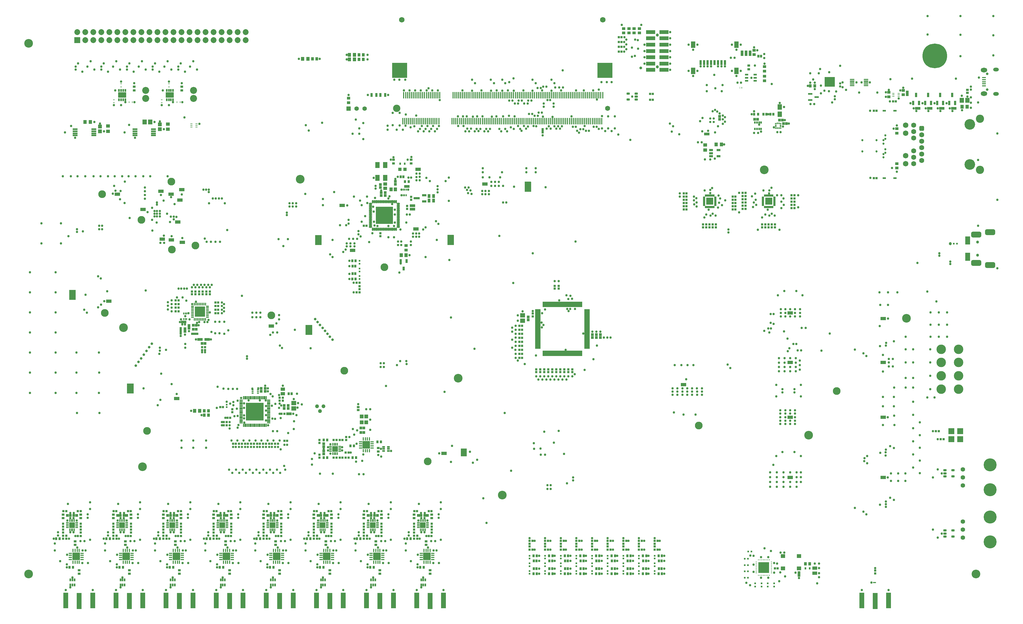
<source format=gts>
G04*
G04 #@! TF.GenerationSoftware,Altium Limited,Altium Designer,22.10.1 (41)*
G04*
G04 Layer_Color=8388736*
%FSLAX25Y25*%
%MOIN*%
G70*
G04*
G04 #@! TF.SameCoordinates,72A4C529-D447-4618-9FEB-1D22E0D21F89*
G04*
G04*
G04 #@! TF.FilePolarity,Negative*
G04*
G01*
G75*
%ADD31R,0.07087X0.03937*%
%ADD34R,0.05118X0.01772*%
%ADD36R,0.02600X0.00900*%
%ADD39R,0.00984X0.00591*%
%ADD40R,0.00984X0.01968*%
%ADD41R,0.02362X0.03150*%
%ADD42R,0.01968X0.01968*%
%ADD46R,0.05200X0.02300*%
%ADD47R,0.04375X0.02365*%
%ADD50R,0.00100X0.00100*%
%ADD51R,0.01200X0.03200*%
%ADD52R,0.03200X0.01200*%
%ADD63R,0.05709X0.07874*%
%ADD64R,0.03150X0.05906*%
%ADD74R,0.05339X0.04152*%
%ADD75R,0.02362X0.02362*%
%ADD76R,0.01073X0.01860*%
%ADD77R,0.02047X0.02047*%
%ADD83R,0.01400X0.07900*%
%ADD85R,0.01535X0.03956*%
%ADD86R,0.03956X0.01535*%
%ADD93R,0.02200X0.02000*%
%ADD95R,0.03850X0.02200*%
%ADD98R,0.03543X0.02953*%
%ADD99R,0.01860X0.01073*%
%ADD107R,0.02953X0.03543*%
%ADD110R,0.00100X0.00100*%
%ADD113R,0.02000X0.02200*%
%ADD116R,0.12524X0.12492*%
%ADD117R,0.05906X0.20472*%
%ADD118R,0.06299X0.19291*%
%ADD119R,0.03162X0.05524*%
%ADD120R,0.05524X0.04737*%
%ADD121R,0.02965X0.04540*%
G04:AMPARAMS|DCode=122|XSize=15.87mil|YSize=25.72mil|CornerRadius=5.97mil|HoleSize=0mil|Usage=FLASHONLY|Rotation=180.000|XOffset=0mil|YOffset=0mil|HoleType=Round|Shape=RoundedRectangle|*
%AMROUNDEDRECTD122*
21,1,0.01587,0.01378,0,0,180.0*
21,1,0.00394,0.02572,0,0,180.0*
1,1,0.01194,-0.00197,0.00689*
1,1,0.01194,0.00197,0.00689*
1,1,0.01194,0.00197,-0.00689*
1,1,0.01194,-0.00197,-0.00689*
%
%ADD122ROUNDEDRECTD122*%
%ADD123R,0.05131X0.03162*%
%ADD124R,0.05721X0.07690*%
%ADD125R,0.02178X0.03556*%
%ADD126R,0.10052X0.07021*%
%ADD127O,0.01784X0.04343*%
%ADD128O,0.04343X0.01784*%
%ADD129R,0.21272X0.21272*%
%ADD130R,0.03950X0.04540*%
%ADD131R,0.03162X0.03359*%
%ADD132R,0.04343X0.04737*%
%ADD133R,0.03556X0.04343*%
%ADD134R,0.02965X0.02572*%
%ADD135R,0.04147X0.04343*%
%ADD136R,0.03162X0.02965*%
%ADD137R,0.02965X0.04540*%
%ADD138R,0.01863X0.01784*%
%ADD139R,0.01600X0.01000*%
%ADD140R,0.01000X0.01600*%
%ADD141R,0.13200X0.13200*%
%ADD142R,0.05906X0.02165*%
%ADD143R,0.01883X0.01784*%
%ADD144R,0.01784X0.01883*%
%ADD145R,0.05328X0.06509*%
%ADD146R,0.01981X0.03556*%
%ADD147R,0.02769X0.02178*%
%ADD148R,0.02178X0.02769*%
%ADD149R,0.09068X0.09068*%
%ADD150R,0.01981X0.06706*%
%ADD151R,0.06706X0.01981*%
%ADD152R,0.11627X0.04737*%
%ADD153R,0.03123X0.03241*%
%ADD154R,0.22453X0.22453*%
%ADD155O,0.04343X0.01587*%
%ADD156O,0.01587X0.04343*%
%ADD157O,0.05787X0.01654*%
%ADD158R,0.18500X0.18900*%
G04:AMPARAMS|DCode=159|XSize=29.65mil|YSize=39.5mil|CornerRadius=5.95mil|HoleSize=0mil|Usage=FLASHONLY|Rotation=90.000|XOffset=0mil|YOffset=0mil|HoleType=Round|Shape=RoundedRectangle|*
%AMROUNDEDRECTD159*
21,1,0.02965,0.02760,0,0,90.0*
21,1,0.01776,0.03950,0,0,90.0*
1,1,0.01190,0.01380,0.00888*
1,1,0.01190,0.01380,-0.00888*
1,1,0.01190,-0.01380,-0.00888*
1,1,0.01190,-0.01380,0.00888*
%
%ADD159ROUNDEDRECTD159*%
%ADD160R,0.12800X0.12800*%
%ADD161R,0.09449X0.09449*%
%ADD162R,0.06272X0.04383*%
%ADD163R,0.04343X0.03556*%
%ADD164R,0.03084X0.03398*%
%ADD165R,0.03635X0.02847*%
%ADD166R,0.03241X0.03398*%
%ADD167R,0.04737X0.04934*%
%ADD168R,0.03162X0.04540*%
%ADD169R,0.06312X0.01981*%
%ADD170R,0.04540X0.03950*%
%ADD171R,0.05328X0.06312*%
%ADD172R,0.03753X0.04501*%
%ADD173R,0.03398X0.03241*%
%ADD174R,0.06312X0.05328*%
%ADD175R,0.04540X0.02965*%
%ADD176R,0.05131X0.04737*%
%ADD177R,0.02847X0.03635*%
%ADD178R,0.03556X0.01981*%
%ADD179R,0.03241X0.03123*%
%ADD180R,0.02572X0.02965*%
%ADD181R,0.02965X0.03162*%
%ADD182R,0.05721X0.03162*%
G04:AMPARAMS|DCode=183|XSize=15.87mil|YSize=25.72mil|CornerRadius=5.97mil|HoleSize=0mil|Usage=FLASHONLY|Rotation=90.000|XOffset=0mil|YOffset=0mil|HoleType=Round|Shape=RoundedRectangle|*
%AMROUNDEDRECTD183*
21,1,0.01587,0.01378,0,0,90.0*
21,1,0.00394,0.02572,0,0,90.0*
1,1,0.01194,0.00689,0.00197*
1,1,0.01194,0.00689,-0.00197*
1,1,0.01194,-0.00689,-0.00197*
1,1,0.01194,-0.00689,0.00197*
%
%ADD183ROUNDEDRECTD183*%
%ADD184R,0.09449X0.09449*%
%ADD185C,0.02965*%
%ADD186C,0.10800*%
G04:AMPARAMS|DCode=187|XSize=45.28mil|YSize=70.87mil|CornerRadius=22.64mil|HoleSize=0mil|Usage=FLASHONLY|Rotation=90.000|XOffset=0mil|YOffset=0mil|HoleType=Round|Shape=RoundedRectangle|*
%AMROUNDEDRECTD187*
21,1,0.04528,0.02559,0,0,90.0*
21,1,0.00000,0.07087,0,0,90.0*
1,1,0.04528,0.01280,0.00000*
1,1,0.04528,0.01280,0.00000*
1,1,0.04528,-0.01280,0.00000*
1,1,0.04528,-0.01280,0.00000*
%
%ADD187ROUNDEDRECTD187*%
G04:AMPARAMS|DCode=188|XSize=57.09mil|YSize=78.74mil|CornerRadius=28.54mil|HoleSize=0mil|Usage=FLASHONLY|Rotation=90.000|XOffset=0mil|YOffset=0mil|HoleType=Round|Shape=RoundedRectangle|*
%AMROUNDEDRECTD188*
21,1,0.05709,0.02165,0,0,90.0*
21,1,0.00000,0.07874,0,0,90.0*
1,1,0.05709,0.01083,0.00000*
1,1,0.05709,0.01083,0.00000*
1,1,0.05709,-0.01083,0.00000*
1,1,0.05709,-0.01083,0.00000*
%
%ADD188ROUNDEDRECTD188*%
%ADD189C,0.03150*%
%ADD190R,0.07296X0.07296*%
%ADD191C,0.07296*%
%ADD192C,0.02800*%
%ADD193C,0.30800*%
%ADD194C,0.06800*%
%ADD195C,0.08674*%
%ADD196C,0.11800*%
%ADD197C,0.03800*%
%ADD198R,0.07591X0.07591*%
%ADD199C,0.05469*%
%ADD200R,0.05469X0.05469*%
%ADD201C,0.09646*%
%ADD202C,0.06300*%
%ADD203C,0.09100*%
%ADD204C,0.06312*%
G04:AMPARAMS|DCode=205|XSize=63.12mil|YSize=63.12mil|CornerRadius=17.78mil|HoleSize=0mil|Usage=FLASHONLY|Rotation=270.000|XOffset=0mil|YOffset=0mil|HoleType=Round|Shape=RoundedRectangle|*
%AMROUNDEDRECTD205*
21,1,0.06312,0.02756,0,0,270.0*
21,1,0.02756,0.06312,0,0,270.0*
1,1,0.03556,-0.01378,-0.01378*
1,1,0.03556,-0.01378,0.01378*
1,1,0.03556,0.01378,0.01378*
1,1,0.03556,0.01378,-0.01378*
%
%ADD205ROUNDEDRECTD205*%
%ADD206C,0.06784*%
%ADD207C,0.10249*%
%ADD208C,0.13202*%
%ADD209C,0.16200*%
%ADD210C,0.05500*%
%ADD211C,0.03654*%
G04:AMPARAMS|DCode=212|XSize=70.99mil|YSize=128.08mil|CornerRadius=19.75mil|HoleSize=0mil|Usage=FLASHONLY|Rotation=90.000|XOffset=0mil|YOffset=0mil|HoleType=Round|Shape=RoundedRectangle|*
%AMROUNDEDRECTD212*
21,1,0.07099,0.08858,0,0,90.0*
21,1,0.03150,0.12808,0,0,90.0*
1,1,0.03950,0.04429,0.01575*
1,1,0.03950,0.04429,-0.01575*
1,1,0.03950,-0.04429,-0.01575*
1,1,0.03950,-0.04429,0.01575*
%
%ADD212ROUNDEDRECTD212*%
%ADD213C,0.03300*%
%ADD214C,0.02769*%
%ADD215C,0.04800*%
%ADD216C,0.02700*%
%ADD217C,0.03556*%
G36*
X661028Y533280D02*
X661027Y520972D01*
X653040D01*
Y533619D01*
X660674Y533633D01*
X661028Y533280D01*
D02*
G37*
G36*
X564528Y467032D02*
X564528Y454724D01*
X556539D01*
Y467371D01*
X564174Y467385D01*
X564528Y467032D01*
D02*
G37*
G36*
X399567Y454627D02*
X392126Y454614D01*
X391772Y454967D01*
X391772Y467002D01*
X399567Y467002D01*
Y454627D01*
D02*
G37*
G36*
X93157Y386129D02*
X85248Y386114D01*
X84894Y386468D01*
X84894Y398502D01*
X93157Y398502D01*
Y386129D01*
D02*
G37*
G36*
X387913Y342628D02*
X380157Y342614D01*
X379803Y342967D01*
X379803Y355002D01*
X387913D01*
Y342628D01*
D02*
G37*
G36*
X165331Y269486D02*
X157421Y269472D01*
X157067Y269825D01*
X157067Y281860D01*
X165331Y281860D01*
Y269486D01*
D02*
G37*
G36*
X420000Y202837D02*
Y201263D01*
Y199737D01*
Y197000D01*
X413000D01*
Y199737D01*
Y201263D01*
Y202837D01*
Y204000D01*
X420000D01*
Y202837D01*
D02*
G37*
G36*
X580593Y191093D02*
X573639Y191081D01*
X573285Y191434D01*
Y200903D01*
X580593D01*
X580593Y191093D01*
D02*
G37*
G36*
X529500Y107837D02*
Y106263D01*
Y104737D01*
Y102000D01*
X522500D01*
Y103163D01*
Y104737D01*
Y106263D01*
Y107837D01*
Y109000D01*
X529500D01*
Y107837D01*
D02*
G37*
G36*
X467000D02*
Y106263D01*
Y104737D01*
Y102000D01*
X460000D01*
Y103163D01*
Y104737D01*
Y106263D01*
Y107837D01*
Y109000D01*
X467000D01*
Y107837D01*
D02*
G37*
G36*
X404500D02*
Y106263D01*
Y104737D01*
Y102000D01*
X397500D01*
Y103163D01*
Y104737D01*
Y106263D01*
Y107837D01*
Y109000D01*
X404500D01*
Y107837D01*
D02*
G37*
G36*
X342000D02*
Y106263D01*
Y104737D01*
Y102000D01*
X335000D01*
Y104737D01*
Y106263D01*
Y107837D01*
Y109000D01*
X342000D01*
Y107837D01*
D02*
G37*
G36*
X279500D02*
Y106263D01*
Y104737D01*
Y102000D01*
X272500D01*
Y103163D01*
Y104737D01*
Y106263D01*
Y107837D01*
Y109000D01*
X279500D01*
Y107837D01*
D02*
G37*
G36*
X217000D02*
Y106263D01*
Y104737D01*
Y102000D01*
X210000D01*
Y103163D01*
Y104737D01*
Y106263D01*
Y107837D01*
Y109000D01*
X217000D01*
Y107837D01*
D02*
G37*
G36*
X154500D02*
Y106263D01*
Y104737D01*
Y102000D01*
X147500D01*
Y104737D01*
Y106263D01*
Y107837D01*
Y109000D01*
X154500D01*
Y107837D01*
D02*
G37*
G36*
X92000D02*
Y106263D01*
Y104737D01*
Y102000D01*
X85000D01*
Y104737D01*
Y106263D01*
Y107837D01*
Y109000D01*
X92000D01*
Y107837D01*
D02*
G37*
%LPC*%
G36*
X418837Y202837D02*
X417263D01*
Y201263D01*
X418837D01*
Y202837D01*
D02*
G37*
G36*
X415737D02*
X414163D01*
Y201263D01*
X415737D01*
Y202837D01*
D02*
G37*
G36*
X418837Y199737D02*
X417263D01*
Y198163D01*
X418837D01*
Y199737D01*
D02*
G37*
G36*
X415737D02*
X414163D01*
Y198163D01*
X415737D01*
Y199737D01*
D02*
G37*
G36*
X528337Y107837D02*
X526763D01*
Y106263D01*
X528337D01*
Y107837D01*
D02*
G37*
G36*
X525237D02*
X523663D01*
Y106263D01*
X525237D01*
Y107837D01*
D02*
G37*
G36*
X528337Y104737D02*
X526763D01*
Y103163D01*
X528337D01*
Y104737D01*
D02*
G37*
G36*
X525237D02*
X523663D01*
Y103163D01*
X525237D01*
Y104737D01*
D02*
G37*
G36*
X465837Y107837D02*
X464263D01*
Y106263D01*
X465837D01*
Y107837D01*
D02*
G37*
G36*
X462737D02*
X461163D01*
Y106263D01*
X462737D01*
Y107837D01*
D02*
G37*
G36*
X465837Y104737D02*
X464263D01*
Y103163D01*
X465837D01*
Y104737D01*
D02*
G37*
G36*
X462737D02*
X461163D01*
Y103163D01*
X462737D01*
Y104737D01*
D02*
G37*
G36*
X403337Y107837D02*
X401763D01*
Y106263D01*
X403337D01*
Y107837D01*
D02*
G37*
G36*
X400237D02*
X398663D01*
Y106263D01*
X400237D01*
Y107837D01*
D02*
G37*
G36*
X403337Y104737D02*
X401763D01*
Y103163D01*
X403337D01*
Y104737D01*
D02*
G37*
G36*
X400237D02*
X398663D01*
Y103163D01*
X400237D01*
Y104737D01*
D02*
G37*
G36*
X340837Y107837D02*
X339263D01*
Y106263D01*
X340837D01*
Y107837D01*
D02*
G37*
G36*
X337737D02*
X336163D01*
Y106263D01*
X337737D01*
Y107837D01*
D02*
G37*
G36*
X340837Y104737D02*
X339263D01*
Y103163D01*
X340837D01*
Y104737D01*
D02*
G37*
G36*
X337737D02*
X336163D01*
Y103163D01*
X337737D01*
Y104737D01*
D02*
G37*
G36*
X278337Y107837D02*
X276763D01*
Y106263D01*
X278337D01*
Y107837D01*
D02*
G37*
G36*
X275237D02*
X273663D01*
Y106263D01*
X275237D01*
Y107837D01*
D02*
G37*
G36*
X278337Y104737D02*
X276763D01*
Y103163D01*
X278337D01*
Y104737D01*
D02*
G37*
G36*
X275237D02*
X273663D01*
Y103163D01*
X275237D01*
Y104737D01*
D02*
G37*
G36*
X215837Y107837D02*
X214263D01*
Y106263D01*
X215837D01*
Y107837D01*
D02*
G37*
G36*
X212737D02*
X211163D01*
Y106263D01*
X212737D01*
Y107837D01*
D02*
G37*
G36*
X215837Y104737D02*
X214263D01*
Y103163D01*
X215837D01*
Y104737D01*
D02*
G37*
G36*
X212737D02*
X211163D01*
Y103163D01*
X212737D01*
Y104737D01*
D02*
G37*
G36*
X153337Y107837D02*
X151763D01*
Y106263D01*
X153337D01*
Y107837D01*
D02*
G37*
G36*
X150237D02*
X148663D01*
Y106263D01*
X150237D01*
Y107837D01*
D02*
G37*
G36*
X153337Y104737D02*
X151763D01*
Y103163D01*
X153337D01*
Y104737D01*
D02*
G37*
G36*
X150237D02*
X148663D01*
Y103163D01*
X150237D01*
Y104737D01*
D02*
G37*
G36*
X90837Y107837D02*
X89263D01*
Y106263D01*
X90837D01*
Y107837D01*
D02*
G37*
G36*
X87737D02*
X86163D01*
Y106263D01*
X87737D01*
Y107837D01*
D02*
G37*
G36*
X90837Y104737D02*
X89263D01*
Y103163D01*
X90837D01*
Y104737D01*
D02*
G37*
G36*
X87737D02*
X86163D01*
Y103163D01*
X87737D01*
Y104737D01*
D02*
G37*
%LPD*%
D31*
X145000Y518000D02*
D03*
X199181Y521500D02*
D03*
X212000Y518000D02*
D03*
X201000Y462000D02*
D03*
X212500Y461000D02*
D03*
X226000Y458000D02*
D03*
X220500Y483095D02*
D03*
X223000Y510500D02*
D03*
X225500Y523500D02*
D03*
X177000Y499000D02*
D03*
X218972Y263386D02*
D03*
X984000Y370000D02*
D03*
X1100000Y363000D02*
D03*
X984000Y240000D02*
D03*
X1100000D02*
D03*
Y165000D02*
D03*
X984000D02*
D03*
X552205Y194748D02*
D03*
X337000Y353500D02*
D03*
X134500Y384500D02*
D03*
X1100000Y308071D02*
D03*
X984000D02*
D03*
X438500Y448000D02*
D03*
X517500Y474500D02*
D03*
X425500Y504000D02*
D03*
X520000Y549000D02*
D03*
X603386Y530687D02*
D03*
X851000Y280500D02*
D03*
D34*
X1225583Y663118D02*
D03*
Y660559D02*
D03*
Y658000D02*
D03*
Y655441D02*
D03*
Y652882D02*
D03*
D36*
X1119250Y643713D02*
D03*
Y641744D02*
D03*
Y639776D02*
D03*
X1112750D02*
D03*
Y641744D02*
D03*
Y643713D02*
D03*
X237250Y605469D02*
D03*
Y603500D02*
D03*
Y601532D02*
D03*
X243750D02*
D03*
Y603500D02*
D03*
Y605469D02*
D03*
D39*
X921220Y651189D02*
D03*
Y649811D02*
D03*
D40*
X923779Y650500D02*
D03*
D41*
X1002902Y51642D02*
D03*
X1008413D02*
D03*
X503256Y556000D02*
D03*
X497744D02*
D03*
D42*
X717500Y67319D02*
D03*
Y63776D02*
D03*
Y57819D02*
D03*
Y54276D02*
D03*
X447000Y434772D02*
D03*
Y431228D02*
D03*
Y421728D02*
D03*
Y425272D02*
D03*
Y412228D02*
D03*
Y415772D02*
D03*
X795500Y48319D02*
D03*
Y44776D02*
D03*
Y57819D02*
D03*
Y54276D02*
D03*
Y67319D02*
D03*
Y63776D02*
D03*
X698000Y48319D02*
D03*
Y44776D02*
D03*
Y57819D02*
D03*
Y54276D02*
D03*
Y67319D02*
D03*
Y63776D02*
D03*
X776000Y48319D02*
D03*
Y44776D02*
D03*
Y57819D02*
D03*
Y54276D02*
D03*
Y67319D02*
D03*
Y63776D02*
D03*
X678500Y48319D02*
D03*
Y44776D02*
D03*
Y57819D02*
D03*
Y54276D02*
D03*
Y67319D02*
D03*
Y63776D02*
D03*
X756500Y48319D02*
D03*
Y44776D02*
D03*
Y57819D02*
D03*
Y54276D02*
D03*
Y67319D02*
D03*
Y63776D02*
D03*
X659000Y48319D02*
D03*
Y44776D02*
D03*
Y57819D02*
D03*
Y54276D02*
D03*
Y67319D02*
D03*
Y63776D02*
D03*
X737000Y48319D02*
D03*
Y44776D02*
D03*
Y57819D02*
D03*
Y54276D02*
D03*
Y67319D02*
D03*
Y63776D02*
D03*
X815000Y48319D02*
D03*
Y44776D02*
D03*
Y57819D02*
D03*
Y54276D02*
D03*
Y67319D02*
D03*
Y63776D02*
D03*
X717500Y48319D02*
D03*
Y44776D02*
D03*
D46*
X1017000Y639000D02*
D03*
X1009000Y635260D02*
D03*
Y642740D02*
D03*
D47*
X1114791Y538000D02*
D03*
X1101209D02*
D03*
X1114791Y622000D02*
D03*
X1101209D02*
D03*
D50*
X401000Y105500D02*
D03*
X526000D02*
D03*
X88500D02*
D03*
X151000D02*
D03*
X213500D02*
D03*
X276000D02*
D03*
X338500D02*
D03*
X463500D02*
D03*
D51*
X403953Y99700D02*
D03*
X401984D02*
D03*
X400016D02*
D03*
X398047D02*
D03*
Y111300D02*
D03*
X400016D02*
D03*
X401984D02*
D03*
X403953D02*
D03*
X528953D02*
D03*
X526984D02*
D03*
X525016D02*
D03*
X523047D02*
D03*
Y99700D02*
D03*
X525016D02*
D03*
X526984D02*
D03*
X528953D02*
D03*
X254890Y380950D02*
D03*
X252921D02*
D03*
X250953D02*
D03*
X248984D02*
D03*
X247016D02*
D03*
X245047D02*
D03*
X243079D02*
D03*
X241110D02*
D03*
Y362050D02*
D03*
X243079D02*
D03*
X245047D02*
D03*
X247016D02*
D03*
X248984D02*
D03*
X250953D02*
D03*
X252921D02*
D03*
X254890D02*
D03*
X419453Y206300D02*
D03*
X417484D02*
D03*
X415516D02*
D03*
X413547D02*
D03*
Y194700D02*
D03*
X415516D02*
D03*
X417484D02*
D03*
X419453D02*
D03*
X91453Y111300D02*
D03*
X89484D02*
D03*
X87516D02*
D03*
X85547D02*
D03*
Y99700D02*
D03*
X87516D02*
D03*
X89484D02*
D03*
X91453D02*
D03*
X153953D02*
D03*
X151984D02*
D03*
X150016D02*
D03*
X148047D02*
D03*
Y111300D02*
D03*
X150016D02*
D03*
X151984D02*
D03*
X153953D02*
D03*
X216453Y99700D02*
D03*
X214484D02*
D03*
X212516D02*
D03*
X210547D02*
D03*
Y111300D02*
D03*
X212516D02*
D03*
X214484D02*
D03*
X216453D02*
D03*
X278953Y99700D02*
D03*
X276984D02*
D03*
X275016D02*
D03*
X273047D02*
D03*
Y111300D02*
D03*
X275016D02*
D03*
X276984D02*
D03*
X278953D02*
D03*
X341453D02*
D03*
X339484D02*
D03*
X337516D02*
D03*
X335547D02*
D03*
Y99700D02*
D03*
X337516D02*
D03*
X339484D02*
D03*
X341453D02*
D03*
X466453Y111300D02*
D03*
X464484D02*
D03*
X462516D02*
D03*
X460547D02*
D03*
Y99700D02*
D03*
X462516D02*
D03*
X464484D02*
D03*
X466453D02*
D03*
D52*
X395200Y102547D02*
D03*
Y104516D02*
D03*
Y106484D02*
D03*
Y108453D02*
D03*
X406800D02*
D03*
Y106484D02*
D03*
Y104516D02*
D03*
Y102547D02*
D03*
X531800D02*
D03*
Y104516D02*
D03*
Y106484D02*
D03*
Y108453D02*
D03*
X520200D02*
D03*
Y106484D02*
D03*
Y104516D02*
D03*
Y102547D02*
D03*
X257450Y364610D02*
D03*
Y366579D02*
D03*
Y368547D02*
D03*
Y370516D02*
D03*
Y372484D02*
D03*
Y374453D02*
D03*
Y376421D02*
D03*
Y378390D02*
D03*
X238550D02*
D03*
Y376421D02*
D03*
Y374453D02*
D03*
Y372484D02*
D03*
Y370516D02*
D03*
Y368547D02*
D03*
Y366579D02*
D03*
Y364610D02*
D03*
X410700Y203453D02*
D03*
Y201484D02*
D03*
Y199516D02*
D03*
Y197547D02*
D03*
X422300D02*
D03*
Y199516D02*
D03*
Y201484D02*
D03*
Y203453D02*
D03*
X94300Y102547D02*
D03*
Y104516D02*
D03*
Y106484D02*
D03*
Y108453D02*
D03*
X82700D02*
D03*
Y106484D02*
D03*
Y104516D02*
D03*
Y102547D02*
D03*
X145200D02*
D03*
Y104516D02*
D03*
Y106484D02*
D03*
Y108453D02*
D03*
X156800D02*
D03*
Y106484D02*
D03*
Y104516D02*
D03*
Y102547D02*
D03*
X207700D02*
D03*
Y104516D02*
D03*
Y106484D02*
D03*
Y108453D02*
D03*
X219300D02*
D03*
Y106484D02*
D03*
Y104516D02*
D03*
Y102547D02*
D03*
X270200D02*
D03*
Y104516D02*
D03*
Y106484D02*
D03*
Y108453D02*
D03*
X281800D02*
D03*
Y106484D02*
D03*
Y104516D02*
D03*
Y102547D02*
D03*
X344300D02*
D03*
Y104516D02*
D03*
Y106484D02*
D03*
Y108453D02*
D03*
X332700D02*
D03*
Y106484D02*
D03*
Y104516D02*
D03*
Y102547D02*
D03*
X469300D02*
D03*
Y104516D02*
D03*
Y106484D02*
D03*
Y108453D02*
D03*
X457700D02*
D03*
Y106484D02*
D03*
Y104516D02*
D03*
Y102547D02*
D03*
D63*
X862933Y671496D02*
D03*
Y704173D02*
D03*
X917067D02*
D03*
Y671496D02*
D03*
D64*
X902618Y681732D02*
D03*
X898287D02*
D03*
X893957D02*
D03*
X889626D02*
D03*
X885295D02*
D03*
X880965D02*
D03*
X876634D02*
D03*
X872303D02*
D03*
D74*
X351500Y269143D02*
D03*
Y274857D02*
D03*
D75*
X1192067Y456201D02*
D03*
X1187933D02*
D03*
D76*
X219331Y632701D02*
D03*
X223268D02*
D03*
X159832D02*
D03*
X163768D02*
D03*
D77*
X281500Y255650D02*
D03*
Y252500D02*
D03*
D83*
X750176Y641150D02*
D03*
X748995Y608850D02*
D03*
X747814Y641150D02*
D03*
X746633Y608850D02*
D03*
X745452Y641150D02*
D03*
X744271Y608850D02*
D03*
X743090Y641150D02*
D03*
X741909Y608850D02*
D03*
X740728Y641150D02*
D03*
X739547Y608850D02*
D03*
X738366Y641150D02*
D03*
X737185Y608850D02*
D03*
X736004Y641150D02*
D03*
X734823Y608850D02*
D03*
X733642Y641150D02*
D03*
X732461Y608850D02*
D03*
X731280Y641150D02*
D03*
X730099Y608850D02*
D03*
X728918Y641150D02*
D03*
X727737Y608850D02*
D03*
X726556Y641150D02*
D03*
X725375Y608850D02*
D03*
X724194Y641150D02*
D03*
X723013Y608850D02*
D03*
X721832Y641150D02*
D03*
X720651Y608850D02*
D03*
X719470Y641150D02*
D03*
X718289Y608850D02*
D03*
X717108Y641150D02*
D03*
X715927Y608850D02*
D03*
X714746Y641150D02*
D03*
X713565Y608850D02*
D03*
X712384Y641150D02*
D03*
X711203Y608850D02*
D03*
X710022Y641150D02*
D03*
X708841Y608850D02*
D03*
X707660Y641150D02*
D03*
X706479Y608850D02*
D03*
X705298Y641150D02*
D03*
X704117Y608850D02*
D03*
X702936Y641150D02*
D03*
X701755Y608850D02*
D03*
X700574Y641150D02*
D03*
X699393Y608850D02*
D03*
X698212Y641150D02*
D03*
X697031Y608850D02*
D03*
X695850Y641150D02*
D03*
X694669Y608850D02*
D03*
X693488Y641150D02*
D03*
X692307Y608850D02*
D03*
X691126Y641150D02*
D03*
X689945Y608850D02*
D03*
X688764Y641150D02*
D03*
X687583Y608850D02*
D03*
X686402Y641150D02*
D03*
X685221Y608850D02*
D03*
X684040Y641150D02*
D03*
X682859Y608850D02*
D03*
X681678Y641150D02*
D03*
X680497Y608850D02*
D03*
X679316Y641150D02*
D03*
X678135Y608850D02*
D03*
X676954Y641150D02*
D03*
X675773Y608850D02*
D03*
X674592Y641150D02*
D03*
X673411Y608850D02*
D03*
X672230Y641150D02*
D03*
X671049Y608850D02*
D03*
X669868Y641150D02*
D03*
X668687Y608850D02*
D03*
X667506Y641150D02*
D03*
X666325Y608850D02*
D03*
X665144Y641150D02*
D03*
X663963Y608850D02*
D03*
X662782Y641150D02*
D03*
X661601Y608850D02*
D03*
X660420Y641150D02*
D03*
X659239Y608850D02*
D03*
X658058Y641150D02*
D03*
X656877Y608850D02*
D03*
X655696Y641150D02*
D03*
X654515Y608850D02*
D03*
X653334Y641150D02*
D03*
X652153Y608850D02*
D03*
X650972Y641150D02*
D03*
X649791Y608850D02*
D03*
X648610Y641150D02*
D03*
X647429Y608850D02*
D03*
X646248Y641150D02*
D03*
X645067Y608850D02*
D03*
X643886Y641150D02*
D03*
X642705Y608850D02*
D03*
X641524Y641150D02*
D03*
X640343Y608850D02*
D03*
X639162Y641150D02*
D03*
X637981Y608850D02*
D03*
X636800Y641150D02*
D03*
X635619Y608850D02*
D03*
X634438Y641150D02*
D03*
X633257Y608850D02*
D03*
X632076Y641150D02*
D03*
X630895Y608850D02*
D03*
X629714Y641150D02*
D03*
X628533Y608850D02*
D03*
X627352Y641150D02*
D03*
X626171Y608850D02*
D03*
X624990Y641150D02*
D03*
X623809Y608850D02*
D03*
X622628Y641150D02*
D03*
X621447Y608850D02*
D03*
X620266Y641150D02*
D03*
X617904D02*
D03*
X616723Y608850D02*
D03*
X615542Y641150D02*
D03*
X614361Y608850D02*
D03*
X613180Y641150D02*
D03*
X611999Y608850D02*
D03*
X610818Y641150D02*
D03*
X609637Y608850D02*
D03*
X608456Y641150D02*
D03*
X607275Y608850D02*
D03*
X606094Y641150D02*
D03*
X604913Y608850D02*
D03*
X603732Y641150D02*
D03*
X602551Y608850D02*
D03*
X601370Y641150D02*
D03*
X600189Y608850D02*
D03*
X599008Y641150D02*
D03*
X597827Y608850D02*
D03*
X596646Y641150D02*
D03*
X595465Y608850D02*
D03*
X594284Y641150D02*
D03*
X593103Y608850D02*
D03*
X591922Y641150D02*
D03*
X590741Y608850D02*
D03*
X589560Y641150D02*
D03*
X588379Y608850D02*
D03*
X587198Y641150D02*
D03*
X586017Y608850D02*
D03*
X584836Y641150D02*
D03*
X583655Y608850D02*
D03*
X582474Y641150D02*
D03*
X581293Y608850D02*
D03*
X580112Y641150D02*
D03*
X578931Y608850D02*
D03*
X577750Y641150D02*
D03*
X576569Y608850D02*
D03*
X575388Y641150D02*
D03*
X574207Y608850D02*
D03*
X573026Y641150D02*
D03*
X571845Y608850D02*
D03*
X570664Y641150D02*
D03*
X569483Y608850D02*
D03*
X568302Y641150D02*
D03*
X567121Y608850D02*
D03*
X565940Y641150D02*
D03*
X564759Y608850D02*
D03*
X563578Y641150D02*
D03*
X562397Y608850D02*
D03*
X547043Y641150D02*
D03*
X545862Y608850D02*
D03*
X544681Y641150D02*
D03*
X543500Y608850D02*
D03*
X542319Y641150D02*
D03*
X541138Y608850D02*
D03*
X539957Y641150D02*
D03*
X538776Y608850D02*
D03*
X537595Y641150D02*
D03*
X536414Y608850D02*
D03*
X535233Y641150D02*
D03*
X534052Y608850D02*
D03*
X532871Y641150D02*
D03*
X531690Y608850D02*
D03*
X530509Y641150D02*
D03*
X529328Y608850D02*
D03*
X528147Y641150D02*
D03*
X526966Y608850D02*
D03*
X525785Y641150D02*
D03*
X524604Y608850D02*
D03*
X523423Y641150D02*
D03*
X522242Y608850D02*
D03*
X521061Y641150D02*
D03*
X519880Y608850D02*
D03*
X518699Y641150D02*
D03*
X517518Y608850D02*
D03*
X516337Y641150D02*
D03*
X515156Y608850D02*
D03*
X513975Y641150D02*
D03*
X512794Y608850D02*
D03*
X511613Y641150D02*
D03*
X510432Y608850D02*
D03*
X509251Y641150D02*
D03*
X508070Y608850D02*
D03*
X506889Y641150D02*
D03*
X505708Y608850D02*
D03*
X504527Y641150D02*
D03*
X503346Y608850D02*
D03*
X502165Y641150D02*
D03*
X500984Y608850D02*
D03*
X619085D02*
D03*
D85*
X535000Y73793D02*
D03*
X532441D02*
D03*
X529882D02*
D03*
X527323D02*
D03*
Y59207D02*
D03*
X529882D02*
D03*
X532441D02*
D03*
X535000D02*
D03*
X451661Y198207D02*
D03*
X454220D02*
D03*
X456779D02*
D03*
X459339D02*
D03*
Y212793D02*
D03*
X456779D02*
D03*
X454220D02*
D03*
X451661D02*
D03*
X97500Y73793D02*
D03*
X94941D02*
D03*
X92382D02*
D03*
X89823D02*
D03*
Y59207D02*
D03*
X92382D02*
D03*
X94941D02*
D03*
X97500D02*
D03*
X160000D02*
D03*
X157441D02*
D03*
X154882D02*
D03*
X152323D02*
D03*
Y73793D02*
D03*
X154882D02*
D03*
X157441D02*
D03*
X160000D02*
D03*
X222500Y59207D02*
D03*
X219941D02*
D03*
X217382D02*
D03*
X214823D02*
D03*
Y73793D02*
D03*
X217382D02*
D03*
X219941D02*
D03*
X222500D02*
D03*
X285000Y59207D02*
D03*
X282441D02*
D03*
X279882D02*
D03*
X277323D02*
D03*
Y73793D02*
D03*
X279882D02*
D03*
X282441D02*
D03*
X285000D02*
D03*
X347500Y59207D02*
D03*
X344941D02*
D03*
X342382D02*
D03*
X339823D02*
D03*
Y73793D02*
D03*
X342382D02*
D03*
X344941D02*
D03*
X347500D02*
D03*
X410000Y59207D02*
D03*
X407441D02*
D03*
X404882D02*
D03*
X402323D02*
D03*
Y73793D02*
D03*
X404882D02*
D03*
X407441D02*
D03*
X410000D02*
D03*
X472500D02*
D03*
X469941D02*
D03*
X467382D02*
D03*
X464823D02*
D03*
Y59207D02*
D03*
X467382D02*
D03*
X469941D02*
D03*
X472500D02*
D03*
D86*
X523869Y70339D02*
D03*
Y67779D02*
D03*
Y65220D02*
D03*
Y62661D02*
D03*
X538454D02*
D03*
Y65220D02*
D03*
Y67779D02*
D03*
Y70339D02*
D03*
X448207Y209339D02*
D03*
Y206780D02*
D03*
Y204221D02*
D03*
Y201661D02*
D03*
X462793D02*
D03*
Y204221D02*
D03*
Y206780D02*
D03*
Y209339D02*
D03*
X86369Y70339D02*
D03*
Y67779D02*
D03*
Y65220D02*
D03*
Y62661D02*
D03*
X100954D02*
D03*
Y65220D02*
D03*
Y67779D02*
D03*
Y70339D02*
D03*
X163454D02*
D03*
Y67779D02*
D03*
Y65220D02*
D03*
Y62661D02*
D03*
X148869D02*
D03*
Y65220D02*
D03*
Y67779D02*
D03*
Y70339D02*
D03*
X225954D02*
D03*
Y67779D02*
D03*
Y65220D02*
D03*
Y62661D02*
D03*
X211368D02*
D03*
Y65220D02*
D03*
Y67779D02*
D03*
Y70339D02*
D03*
X288454D02*
D03*
Y67779D02*
D03*
Y65220D02*
D03*
Y62661D02*
D03*
X273868D02*
D03*
Y65220D02*
D03*
Y67779D02*
D03*
Y70339D02*
D03*
X350954D02*
D03*
Y67779D02*
D03*
Y65220D02*
D03*
Y62661D02*
D03*
X336368D02*
D03*
Y65220D02*
D03*
Y67779D02*
D03*
Y70339D02*
D03*
X413454D02*
D03*
Y67779D02*
D03*
Y65220D02*
D03*
Y62661D02*
D03*
X398868D02*
D03*
Y65220D02*
D03*
Y67779D02*
D03*
Y70339D02*
D03*
X461369D02*
D03*
Y67779D02*
D03*
Y65220D02*
D03*
Y62661D02*
D03*
X475954D02*
D03*
Y65220D02*
D03*
Y67779D02*
D03*
Y70339D02*
D03*
D93*
X963909Y28980D02*
D03*
Y32980D02*
D03*
X940370Y28980D02*
D03*
Y32980D02*
D03*
X948217Y28980D02*
D03*
Y32980D02*
D03*
X956063Y28980D02*
D03*
Y32980D02*
D03*
D95*
X940375Y659260D02*
D03*
Y663000D02*
D03*
X929625Y666740D02*
D03*
Y663000D02*
D03*
Y659260D02*
D03*
X940375Y666740D02*
D03*
D98*
X166000Y652032D02*
D03*
Y647307D02*
D03*
X225500Y652032D02*
D03*
Y647307D02*
D03*
X489500Y556138D02*
D03*
Y560862D02*
D03*
X511500D02*
D03*
Y556138D02*
D03*
X932500Y673638D02*
D03*
Y678362D02*
D03*
D99*
X149721Y651532D02*
D03*
Y655469D02*
D03*
X209221Y651532D02*
D03*
Y655469D02*
D03*
X140761Y631756D02*
D03*
Y635693D02*
D03*
X200260D02*
D03*
Y631756D02*
D03*
D107*
X939118Y617571D02*
D03*
X943843D02*
D03*
X503638Y533500D02*
D03*
X508362D02*
D03*
D110*
X416500Y200500D02*
D03*
D113*
X935740Y72402D02*
D03*
X931740D02*
D03*
X927496Y63429D02*
D03*
X931496D02*
D03*
Y55581D02*
D03*
X927496D02*
D03*
X931496Y47734D02*
D03*
X927496D02*
D03*
Y39886D02*
D03*
X931496D02*
D03*
D116*
X1033475Y658001D02*
D03*
D117*
X97500Y10986D02*
D03*
X1090000D02*
D03*
X160000D02*
D03*
X222500D02*
D03*
X285000D02*
D03*
X347500D02*
D03*
X410000D02*
D03*
X472500D02*
D03*
X535000D02*
D03*
D118*
X114232Y11576D02*
D03*
X80768D02*
D03*
X1106732D02*
D03*
X1073268D02*
D03*
X143268D02*
D03*
X176732D02*
D03*
X205768D02*
D03*
X239232D02*
D03*
X268268D02*
D03*
X301732D02*
D03*
X330768D02*
D03*
X364232D02*
D03*
X393268D02*
D03*
X426732D02*
D03*
X489232D02*
D03*
X455768D02*
D03*
X551732D02*
D03*
X518268D02*
D03*
D119*
X1137260Y631579D02*
D03*
X1144740D02*
D03*
X1141000Y641421D02*
D03*
X1152260Y631579D02*
D03*
X1159740D02*
D03*
X1156000Y641421D02*
D03*
X1167260Y631579D02*
D03*
X1174740D02*
D03*
X1171000Y641421D02*
D03*
X1182260Y631579D02*
D03*
X1189740D02*
D03*
X1186000Y641421D02*
D03*
D120*
X975158Y51642D02*
D03*
Y66996D02*
D03*
X995158D02*
D03*
Y51642D02*
D03*
D121*
X224000Y349764D02*
D03*
Y345236D02*
D03*
D122*
X501532Y523445D02*
D03*
X503500D02*
D03*
X505469D02*
D03*
Y516555D02*
D03*
X503500D02*
D03*
X501532D02*
D03*
X231492Y369264D02*
D03*
X229524D02*
D03*
X227555D02*
D03*
Y362374D02*
D03*
X229524D02*
D03*
X231492D02*
D03*
D123*
X885276Y572740D02*
D03*
Y569000D02*
D03*
Y565260D02*
D03*
X894724D02*
D03*
Y572740D02*
D03*
D124*
X478942Y538232D02*
D03*
X469257D02*
D03*
X478942Y554374D02*
D03*
X469257D02*
D03*
D125*
X214339Y647307D02*
D03*
X211779D02*
D03*
X209221D02*
D03*
X206661D02*
D03*
Y635693D02*
D03*
X209221D02*
D03*
X211779D02*
D03*
X214339D02*
D03*
X154839Y647307D02*
D03*
X152279D02*
D03*
X149721D02*
D03*
X147161D02*
D03*
Y635693D02*
D03*
X149721D02*
D03*
X152279D02*
D03*
X154839D02*
D03*
D126*
X210500Y641500D02*
D03*
X151000D02*
D03*
D127*
X492764Y508724D02*
D03*
X490795D02*
D03*
X488827D02*
D03*
X486858D02*
D03*
X484890D02*
D03*
X482921D02*
D03*
X480953D02*
D03*
X478984D02*
D03*
X477016D02*
D03*
X475047D02*
D03*
X473079D02*
D03*
X471110D02*
D03*
X469142D02*
D03*
X467173D02*
D03*
X465205D02*
D03*
X463236D02*
D03*
Y474276D02*
D03*
X465205D02*
D03*
X467173D02*
D03*
X469142D02*
D03*
X471110D02*
D03*
X473079D02*
D03*
X475047D02*
D03*
X477016D02*
D03*
X478984D02*
D03*
X480953D02*
D03*
X482921D02*
D03*
X484890D02*
D03*
X486858D02*
D03*
X488827D02*
D03*
X490795D02*
D03*
X492764D02*
D03*
D128*
X460776Y506264D02*
D03*
Y504295D02*
D03*
Y502327D02*
D03*
Y500358D02*
D03*
Y498390D02*
D03*
Y496421D02*
D03*
Y494453D02*
D03*
Y492484D02*
D03*
Y490516D02*
D03*
Y488547D02*
D03*
Y486579D02*
D03*
Y484610D02*
D03*
Y482642D02*
D03*
Y480673D02*
D03*
Y478705D02*
D03*
Y476736D02*
D03*
X495224D02*
D03*
Y478705D02*
D03*
Y480673D02*
D03*
Y482642D02*
D03*
Y484610D02*
D03*
Y486579D02*
D03*
Y488547D02*
D03*
Y490516D02*
D03*
Y492484D02*
D03*
Y494453D02*
D03*
Y496421D02*
D03*
Y498390D02*
D03*
Y500358D02*
D03*
Y502327D02*
D03*
Y504295D02*
D03*
Y506264D02*
D03*
D129*
X478000Y491500D02*
D03*
D130*
X486342Y524000D02*
D03*
X491657D02*
D03*
X376039Y686721D02*
D03*
X382535D02*
D03*
X434252Y686000D02*
D03*
X440748D02*
D03*
X247748Y248000D02*
D03*
X241252D02*
D03*
X891752Y580000D02*
D03*
X898248D02*
D03*
X104752Y608000D02*
D03*
X111248D02*
D03*
X1198252Y627000D02*
D03*
X1204748D02*
D03*
X434252Y691500D02*
D03*
X440748D02*
D03*
D131*
X675500Y595327D02*
D03*
Y598673D02*
D03*
D132*
X505150Y442000D02*
D03*
X498850D02*
D03*
D133*
X1008413Y57142D02*
D03*
X1002902D02*
D03*
X258756Y242500D02*
D03*
X253244D02*
D03*
X1009044Y653000D02*
D03*
X1014556D02*
D03*
X451756Y691500D02*
D03*
X446244D02*
D03*
X446244Y686000D02*
D03*
X451756D02*
D03*
X388231Y686721D02*
D03*
X393743D02*
D03*
X258756Y248000D02*
D03*
X253244D02*
D03*
D134*
X1090000Y48772D02*
D03*
Y45228D02*
D03*
X511500Y510976D02*
D03*
Y514520D02*
D03*
X473079Y469272D02*
D03*
Y465728D02*
D03*
X506500Y503114D02*
D03*
Y499571D02*
D03*
X663000Y365728D02*
D03*
Y369272D02*
D03*
X288500Y246228D02*
D03*
Y249772D02*
D03*
X351500Y264272D02*
D03*
Y260728D02*
D03*
X347500D02*
D03*
Y264272D02*
D03*
X254232Y327272D02*
D03*
Y323728D02*
D03*
X250768D02*
D03*
Y327272D02*
D03*
X397000Y189528D02*
D03*
Y193072D02*
D03*
Y211472D02*
D03*
Y207928D02*
D03*
X430500Y215072D02*
D03*
Y211528D02*
D03*
X447000Y403272D02*
D03*
Y399728D02*
D03*
X77500Y92272D02*
D03*
Y88728D02*
D03*
X140000D02*
D03*
Y92272D02*
D03*
X202500Y88728D02*
D03*
Y92272D02*
D03*
X265000Y88728D02*
D03*
Y92272D02*
D03*
X327500Y88728D02*
D03*
Y92272D02*
D03*
X390000Y88728D02*
D03*
Y92272D02*
D03*
X452500D02*
D03*
Y88728D02*
D03*
X515000Y92272D02*
D03*
Y88728D02*
D03*
X81500Y92272D02*
D03*
Y88728D02*
D03*
X144000D02*
D03*
Y92272D02*
D03*
X206500Y88728D02*
D03*
Y92272D02*
D03*
X269000Y88728D02*
D03*
Y92272D02*
D03*
X331500Y88728D02*
D03*
Y92272D02*
D03*
X394000Y88728D02*
D03*
Y92272D02*
D03*
X456500D02*
D03*
Y88728D02*
D03*
X519000Y92272D02*
D03*
Y88728D02*
D03*
X77500Y96228D02*
D03*
Y99772D02*
D03*
X140000D02*
D03*
Y96228D02*
D03*
X202500Y99772D02*
D03*
Y96228D02*
D03*
X265000Y99772D02*
D03*
Y96228D02*
D03*
X327500Y99772D02*
D03*
Y96228D02*
D03*
X390000Y99772D02*
D03*
Y96228D02*
D03*
X452500D02*
D03*
Y99772D02*
D03*
X515000Y96228D02*
D03*
Y99772D02*
D03*
X99500Y96228D02*
D03*
Y99772D02*
D03*
X162000D02*
D03*
Y96228D02*
D03*
X224500Y99772D02*
D03*
Y96228D02*
D03*
X287000Y99772D02*
D03*
Y96228D02*
D03*
X349500Y99772D02*
D03*
Y96228D02*
D03*
X412000Y99772D02*
D03*
Y96228D02*
D03*
X474500D02*
D03*
Y99772D02*
D03*
X537000Y96228D02*
D03*
Y99772D02*
D03*
X99500Y103728D02*
D03*
Y107272D02*
D03*
X162000D02*
D03*
Y103728D02*
D03*
X224500Y107272D02*
D03*
Y103728D02*
D03*
X287000Y107272D02*
D03*
Y103728D02*
D03*
X349500Y107272D02*
D03*
Y103728D02*
D03*
X412000Y107272D02*
D03*
Y103728D02*
D03*
X474500D02*
D03*
Y107272D02*
D03*
X537000Y103728D02*
D03*
Y107272D02*
D03*
X77500Y103728D02*
D03*
Y107272D02*
D03*
X140000D02*
D03*
Y103728D02*
D03*
X202500Y107272D02*
D03*
Y103728D02*
D03*
X265000Y107272D02*
D03*
Y103728D02*
D03*
X327500Y107272D02*
D03*
Y103728D02*
D03*
X390000Y107272D02*
D03*
Y103728D02*
D03*
X452500D02*
D03*
Y107272D02*
D03*
X515000Y103728D02*
D03*
Y107272D02*
D03*
X795500Y82319D02*
D03*
Y78776D02*
D03*
X698000Y82319D02*
D03*
Y78776D02*
D03*
X776000Y82319D02*
D03*
Y78776D02*
D03*
X678500Y82319D02*
D03*
Y78776D02*
D03*
X756500Y82319D02*
D03*
Y78776D02*
D03*
X659000Y82319D02*
D03*
Y78776D02*
D03*
X737000Y82319D02*
D03*
Y78776D02*
D03*
X815000Y82319D02*
D03*
Y78776D02*
D03*
X717500Y82319D02*
D03*
Y78776D02*
D03*
X875500Y476728D02*
D03*
Y480272D02*
D03*
X879500Y476728D02*
D03*
Y480272D02*
D03*
X883500Y476728D02*
D03*
Y480272D02*
D03*
X887500Y476728D02*
D03*
Y480272D02*
D03*
X891500Y476728D02*
D03*
Y480272D02*
D03*
X949000Y476728D02*
D03*
Y480272D02*
D03*
X953000Y476728D02*
D03*
Y480272D02*
D03*
X957000Y476728D02*
D03*
Y480272D02*
D03*
X961000Y476728D02*
D03*
Y480272D02*
D03*
X965000Y476728D02*
D03*
Y480272D02*
D03*
D135*
X497449Y549000D02*
D03*
X503551D02*
D03*
D136*
X812673Y643000D02*
D03*
X809327D02*
D03*
X1112327Y633500D02*
D03*
X1115673D02*
D03*
X1088327Y622000D02*
D03*
X1091673D02*
D03*
X1088327Y538000D02*
D03*
X1091673D02*
D03*
X649673Y354000D02*
D03*
X646327D02*
D03*
X649673Y349000D02*
D03*
X646327D02*
D03*
X649673Y344000D02*
D03*
X646327D02*
D03*
X649673Y339000D02*
D03*
X646327D02*
D03*
X649673Y334000D02*
D03*
X646327D02*
D03*
X649673Y329000D02*
D03*
X646327D02*
D03*
X649673Y319000D02*
D03*
X646327D02*
D03*
X649673Y314000D02*
D03*
X646327D02*
D03*
Y324000D02*
D03*
X649673D02*
D03*
X285673Y239126D02*
D03*
X282327D02*
D03*
X267327Y369500D02*
D03*
X270673D02*
D03*
X267327Y374000D02*
D03*
X270673D02*
D03*
X267327Y378500D02*
D03*
X270673D02*
D03*
X267327Y383000D02*
D03*
X270673D02*
D03*
X221173Y385500D02*
D03*
X217827D02*
D03*
Y381000D02*
D03*
X221173D02*
D03*
X217827Y376500D02*
D03*
X221173D02*
D03*
X217827Y372000D02*
D03*
X221173D02*
D03*
X812673Y635500D02*
D03*
X809327D02*
D03*
D137*
X478854Y641500D02*
D03*
X473146D02*
D03*
X467854D02*
D03*
X462146D02*
D03*
D138*
X1090000Y34000D02*
D03*
X1088327D02*
D03*
D139*
X960803Y51657D02*
D03*
X941512Y57564D02*
D03*
Y53626D02*
D03*
Y49688D02*
D03*
Y45750D02*
D03*
X960803D02*
D03*
Y47719D02*
D03*
Y49688D02*
D03*
Y53626D02*
D03*
Y55595D02*
D03*
Y57564D02*
D03*
Y59533D02*
D03*
X941512D02*
D03*
Y55595D02*
D03*
Y51657D02*
D03*
Y47719D02*
D03*
D140*
X946235Y62287D02*
D03*
Y42996D02*
D03*
X950173D02*
D03*
X954111D02*
D03*
X958049D02*
D03*
Y62287D02*
D03*
X956080D02*
D03*
X954111D02*
D03*
X952142D02*
D03*
X950173D02*
D03*
X948204D02*
D03*
X944266D02*
D03*
Y42996D02*
D03*
X948204D02*
D03*
X952142D02*
D03*
X956080D02*
D03*
D141*
X951157Y52642D02*
D03*
D142*
X166886Y598839D02*
D03*
Y596279D02*
D03*
Y593720D02*
D03*
Y591161D02*
D03*
X190114Y598839D02*
D03*
Y596279D02*
D03*
Y593720D02*
D03*
Y591161D02*
D03*
X92386Y598839D02*
D03*
Y596279D02*
D03*
Y593720D02*
D03*
Y591161D02*
D03*
X115614Y598839D02*
D03*
Y596279D02*
D03*
Y593720D02*
D03*
Y591161D02*
D03*
D143*
X971982Y600118D02*
D03*
Y602087D02*
D03*
Y604055D02*
D03*
Y606024D02*
D03*
X965978D02*
D03*
Y604055D02*
D03*
Y602087D02*
D03*
Y600118D02*
D03*
D144*
X969965Y606073D02*
D03*
X967997D02*
D03*
Y600069D02*
D03*
X969965D02*
D03*
D145*
X970980Y626598D02*
D03*
Y617543D02*
D03*
D146*
X523941Y37150D02*
D03*
X526500D02*
D03*
X529059D02*
D03*
Y30850D02*
D03*
X526500D02*
D03*
X523941D02*
D03*
X86441D02*
D03*
X89000D02*
D03*
X91559D02*
D03*
Y37150D02*
D03*
X89000D02*
D03*
X86441D02*
D03*
X148941D02*
D03*
X151500D02*
D03*
X154059D02*
D03*
Y30850D02*
D03*
X151500D02*
D03*
X148941D02*
D03*
X211441Y37150D02*
D03*
X214000D02*
D03*
X216559D02*
D03*
Y30850D02*
D03*
X214000D02*
D03*
X211441D02*
D03*
X273941Y37150D02*
D03*
X276500D02*
D03*
X279059D02*
D03*
Y30850D02*
D03*
X276500D02*
D03*
X273941D02*
D03*
X336441Y37150D02*
D03*
X339000D02*
D03*
X341559D02*
D03*
Y30850D02*
D03*
X339000D02*
D03*
X336441D02*
D03*
X398941Y37150D02*
D03*
X401500D02*
D03*
X404059D02*
D03*
Y30850D02*
D03*
X401500D02*
D03*
X398941D02*
D03*
X461441D02*
D03*
X464000D02*
D03*
X466559D02*
D03*
Y37150D02*
D03*
X464000D02*
D03*
X461441D02*
D03*
D147*
X950095Y514016D02*
D03*
Y512048D02*
D03*
Y510079D02*
D03*
Y508111D02*
D03*
Y506143D02*
D03*
Y504174D02*
D03*
X964268D02*
D03*
Y506143D02*
D03*
Y508111D02*
D03*
Y510079D02*
D03*
Y512048D02*
D03*
Y514016D02*
D03*
X876595D02*
D03*
Y512048D02*
D03*
Y510079D02*
D03*
Y508111D02*
D03*
Y506143D02*
D03*
Y504174D02*
D03*
X890768D02*
D03*
Y506143D02*
D03*
Y508111D02*
D03*
Y510079D02*
D03*
Y512048D02*
D03*
Y514016D02*
D03*
D148*
X952260Y502009D02*
D03*
X954229D02*
D03*
X956197D02*
D03*
X958166D02*
D03*
X960134D02*
D03*
X962103D02*
D03*
Y516182D02*
D03*
X960134D02*
D03*
X958166D02*
D03*
X956197D02*
D03*
X954229D02*
D03*
X952260D02*
D03*
X947819Y599071D02*
D03*
X945260D02*
D03*
X942701D02*
D03*
X940142D02*
D03*
Y607071D02*
D03*
X942701D02*
D03*
X945260D02*
D03*
X947819D02*
D03*
X878760Y502009D02*
D03*
X880729D02*
D03*
X882697D02*
D03*
X884666D02*
D03*
X886634D02*
D03*
X888603D02*
D03*
Y516182D02*
D03*
X886634D02*
D03*
X884666D02*
D03*
X882697D02*
D03*
X880729D02*
D03*
X878760D02*
D03*
D149*
X957181Y509095D02*
D03*
X883681D02*
D03*
D150*
X723622Y380512D02*
D03*
X721654D02*
D03*
X719685D02*
D03*
X717717D02*
D03*
X715748D02*
D03*
X713779D02*
D03*
X711811D02*
D03*
X709842D02*
D03*
X707874D02*
D03*
X705905D02*
D03*
X703937D02*
D03*
X701968D02*
D03*
X700000D02*
D03*
X698032D02*
D03*
X696063D02*
D03*
X694095D02*
D03*
X692126D02*
D03*
X690158D02*
D03*
X688189D02*
D03*
X686221D02*
D03*
X684252D02*
D03*
X682283D02*
D03*
X680315D02*
D03*
X678346D02*
D03*
X676378D02*
D03*
Y319488D02*
D03*
X678346D02*
D03*
X680315D02*
D03*
X682283D02*
D03*
X684252D02*
D03*
X686221D02*
D03*
X688189D02*
D03*
X690158D02*
D03*
X692126D02*
D03*
X694095D02*
D03*
X696063D02*
D03*
X698032D02*
D03*
X700000D02*
D03*
X701968D02*
D03*
X703937D02*
D03*
X705905D02*
D03*
X707874D02*
D03*
X709842D02*
D03*
X711811D02*
D03*
X713779D02*
D03*
X715748D02*
D03*
X717717D02*
D03*
X719685D02*
D03*
X721654D02*
D03*
X723622D02*
D03*
D151*
X669488Y373622D02*
D03*
Y371654D02*
D03*
Y369685D02*
D03*
Y367717D02*
D03*
Y365748D02*
D03*
Y363779D02*
D03*
Y361811D02*
D03*
Y359842D02*
D03*
Y357874D02*
D03*
Y355906D02*
D03*
Y353937D02*
D03*
Y351969D02*
D03*
Y350000D02*
D03*
Y348031D02*
D03*
Y346063D02*
D03*
Y344094D02*
D03*
Y342126D02*
D03*
Y340158D02*
D03*
Y338189D02*
D03*
Y336221D02*
D03*
Y334252D02*
D03*
Y332283D02*
D03*
Y330315D02*
D03*
Y328346D02*
D03*
Y326378D02*
D03*
X730512D02*
D03*
Y328346D02*
D03*
Y330315D02*
D03*
Y332283D02*
D03*
Y334252D02*
D03*
Y336221D02*
D03*
Y338189D02*
D03*
Y340158D02*
D03*
Y342126D02*
D03*
Y344094D02*
D03*
Y346063D02*
D03*
Y348031D02*
D03*
Y350000D02*
D03*
Y351969D02*
D03*
Y353937D02*
D03*
Y355906D02*
D03*
Y357874D02*
D03*
Y359842D02*
D03*
Y361811D02*
D03*
Y363779D02*
D03*
Y365748D02*
D03*
Y367717D02*
D03*
Y369685D02*
D03*
Y371654D02*
D03*
Y373622D02*
D03*
D152*
X810000Y720000D02*
D03*
Y712126D02*
D03*
Y704252D02*
D03*
Y696378D02*
D03*
Y688504D02*
D03*
Y680630D02*
D03*
Y672756D02*
D03*
X826772D02*
D03*
Y680630D02*
D03*
Y688504D02*
D03*
Y696378D02*
D03*
Y704252D02*
D03*
Y712126D02*
D03*
Y720000D02*
D03*
D153*
X358709Y269142D02*
D03*
X362291D02*
D03*
X947791Y690000D02*
D03*
X944209D02*
D03*
X726291Y60797D02*
D03*
X722709D02*
D03*
X441791Y428250D02*
D03*
X438209D02*
D03*
Y418750D02*
D03*
X441791D02*
D03*
X804291Y51297D02*
D03*
X800709D02*
D03*
X804291Y60797D02*
D03*
X800709D02*
D03*
X706791Y51297D02*
D03*
X703209D02*
D03*
X706791Y60797D02*
D03*
X703209D02*
D03*
X784791Y51297D02*
D03*
X781209D02*
D03*
X784791Y60797D02*
D03*
X781209D02*
D03*
X687291Y51297D02*
D03*
X683709D02*
D03*
X687291Y60797D02*
D03*
X683709D02*
D03*
X765291Y51297D02*
D03*
X761709D02*
D03*
X765291Y60797D02*
D03*
X761709D02*
D03*
X667791Y51297D02*
D03*
X664209D02*
D03*
X667791Y60797D02*
D03*
X664209D02*
D03*
X745791Y51297D02*
D03*
X742209D02*
D03*
X745791Y60797D02*
D03*
X742209D02*
D03*
X823791Y51297D02*
D03*
X820209D02*
D03*
X823791Y60797D02*
D03*
X820209D02*
D03*
X726291Y51297D02*
D03*
X722709D02*
D03*
X954272Y617571D02*
D03*
X950689D02*
D03*
X498209Y539500D02*
D03*
X501791D02*
D03*
X959398Y617571D02*
D03*
X962980D02*
D03*
D154*
X316500Y247000D02*
D03*
D155*
X299276Y232827D02*
D03*
Y234402D02*
D03*
Y235976D02*
D03*
Y237551D02*
D03*
Y239126D02*
D03*
Y240701D02*
D03*
Y242276D02*
D03*
Y243850D02*
D03*
Y245425D02*
D03*
Y247000D02*
D03*
Y248575D02*
D03*
Y250150D02*
D03*
Y251724D02*
D03*
Y253299D02*
D03*
Y254874D02*
D03*
Y256449D02*
D03*
Y258024D02*
D03*
Y259598D02*
D03*
Y261173D02*
D03*
X333724D02*
D03*
Y259598D02*
D03*
Y258024D02*
D03*
Y256449D02*
D03*
Y254874D02*
D03*
Y253299D02*
D03*
Y251724D02*
D03*
Y250150D02*
D03*
Y248575D02*
D03*
Y247000D02*
D03*
Y245425D02*
D03*
Y243850D02*
D03*
Y242276D02*
D03*
Y240701D02*
D03*
Y239126D02*
D03*
Y237551D02*
D03*
Y235976D02*
D03*
Y234402D02*
D03*
Y232827D02*
D03*
D156*
X302327Y264224D02*
D03*
X303902D02*
D03*
X305476D02*
D03*
X307051D02*
D03*
X308626D02*
D03*
X310201D02*
D03*
X311776D02*
D03*
X313350D02*
D03*
X314925D02*
D03*
X316500D02*
D03*
X318075D02*
D03*
X319650D02*
D03*
X321224D02*
D03*
X322799D02*
D03*
X324374D02*
D03*
X325949D02*
D03*
X327524D02*
D03*
X329098D02*
D03*
X330673D02*
D03*
Y229776D02*
D03*
X329098D02*
D03*
X327524D02*
D03*
X325949D02*
D03*
X324374D02*
D03*
X322799D02*
D03*
X321224D02*
D03*
X319650D02*
D03*
X318075D02*
D03*
X316500D02*
D03*
X314925D02*
D03*
X313350D02*
D03*
X311776D02*
D03*
X310201D02*
D03*
X308626D02*
D03*
X307051D02*
D03*
X305476D02*
D03*
X303902D02*
D03*
X302327D02*
D03*
D157*
X1078760Y653128D02*
D03*
Y655096D02*
D03*
Y657065D02*
D03*
Y659033D02*
D03*
Y661002D02*
D03*
X1061240Y653128D02*
D03*
Y655096D02*
D03*
Y657065D02*
D03*
Y659033D02*
D03*
Y661002D02*
D03*
D158*
X753150Y672244D02*
D03*
X496850D02*
D03*
D159*
X1187020Y173740D02*
D03*
Y166260D02*
D03*
X1176980D02*
D03*
Y170000D02*
D03*
Y173740D02*
D03*
X792020Y635760D02*
D03*
Y639500D02*
D03*
Y643240D02*
D03*
X781980D02*
D03*
Y635760D02*
D03*
X1187020Y98740D02*
D03*
Y91260D02*
D03*
X1176980D02*
D03*
Y95000D02*
D03*
Y98740D02*
D03*
D160*
X248000Y371500D02*
D03*
D161*
X531161Y66500D02*
D03*
X93661D02*
D03*
X156161D02*
D03*
X218661D02*
D03*
X281161D02*
D03*
X343661D02*
D03*
X406161D02*
D03*
X468661D02*
D03*
D162*
X1014657Y51870D02*
D03*
Y45413D02*
D03*
D163*
X939000Y697256D02*
D03*
Y691744D02*
D03*
X433500Y637429D02*
D03*
Y631917D02*
D03*
X505150Y453756D02*
D03*
Y448244D02*
D03*
X1117000Y593944D02*
D03*
Y599456D02*
D03*
X1117000Y550444D02*
D03*
Y555956D02*
D03*
X1107000Y644756D02*
D03*
Y639244D02*
D03*
X1125000Y641744D02*
D03*
Y647256D02*
D03*
X789500Y724256D02*
D03*
Y718744D02*
D03*
X776500Y724256D02*
D03*
Y718744D02*
D03*
X796000Y724256D02*
D03*
Y718744D02*
D03*
X783000Y724256D02*
D03*
Y718744D02*
D03*
X952000Y664756D02*
D03*
Y659244D02*
D03*
Y676756D02*
D03*
Y671244D02*
D03*
D164*
X722492Y67319D02*
D03*
X726508D02*
D03*
X442008Y434772D02*
D03*
X437992D02*
D03*
X442008Y412228D02*
D03*
X437992D02*
D03*
X800492Y44776D02*
D03*
X804508D02*
D03*
X800492Y67319D02*
D03*
X804508D02*
D03*
X702992Y44776D02*
D03*
X707008D02*
D03*
X702992Y67319D02*
D03*
X707008D02*
D03*
X780992Y44776D02*
D03*
X785008D02*
D03*
X780992Y67319D02*
D03*
X785008D02*
D03*
X683492Y44776D02*
D03*
X687508D02*
D03*
X683492Y67319D02*
D03*
X687508D02*
D03*
X761492Y44776D02*
D03*
X765508D02*
D03*
X761492Y67319D02*
D03*
X765508D02*
D03*
X663992Y44776D02*
D03*
X668008D02*
D03*
X663992Y67319D02*
D03*
X668008D02*
D03*
X741992Y44776D02*
D03*
X746008D02*
D03*
X741992Y67319D02*
D03*
X746008D02*
D03*
X819992Y44776D02*
D03*
X824008D02*
D03*
X819992Y67319D02*
D03*
X824008D02*
D03*
X722492Y44776D02*
D03*
X726508D02*
D03*
D165*
X537000Y114335D02*
D03*
Y118665D02*
D03*
X470500Y197335D02*
D03*
Y201665D02*
D03*
X97500Y44835D02*
D03*
Y49165D02*
D03*
X160000D02*
D03*
Y44835D02*
D03*
X222500Y49165D02*
D03*
Y44835D02*
D03*
X285000Y49165D02*
D03*
Y44835D02*
D03*
X347500Y49165D02*
D03*
Y44835D02*
D03*
X410000Y49165D02*
D03*
Y44835D02*
D03*
X472500D02*
D03*
Y49165D02*
D03*
X535000Y44835D02*
D03*
Y49165D02*
D03*
X92500Y80835D02*
D03*
Y85165D02*
D03*
X155000D02*
D03*
Y80835D02*
D03*
X217500Y85165D02*
D03*
Y80835D02*
D03*
X280000D02*
D03*
Y85165D02*
D03*
X342500D02*
D03*
Y80835D02*
D03*
X405000Y85165D02*
D03*
Y80835D02*
D03*
X467500D02*
D03*
Y85165D02*
D03*
X530000Y80835D02*
D03*
Y85165D02*
D03*
X77500Y114335D02*
D03*
Y118665D02*
D03*
X140000D02*
D03*
Y114335D02*
D03*
X202500Y118665D02*
D03*
Y114335D02*
D03*
X265000Y118665D02*
D03*
Y114335D02*
D03*
X327500Y118665D02*
D03*
Y114335D02*
D03*
X390000Y118665D02*
D03*
Y114335D02*
D03*
X452500D02*
D03*
Y118665D02*
D03*
X515000Y114335D02*
D03*
Y118665D02*
D03*
X99500Y114335D02*
D03*
Y118665D02*
D03*
X162000D02*
D03*
Y114335D02*
D03*
X224500Y118665D02*
D03*
Y114335D02*
D03*
X287000Y118665D02*
D03*
Y114335D02*
D03*
X349500Y118665D02*
D03*
Y114335D02*
D03*
X412000Y118665D02*
D03*
Y114335D02*
D03*
X474500D02*
D03*
Y118665D02*
D03*
D166*
X473000Y529732D02*
D03*
Y526268D02*
D03*
X474000Y519732D02*
D03*
Y516268D02*
D03*
X478984Y519732D02*
D03*
Y516268D02*
D03*
X491657Y530268D02*
D03*
Y533732D02*
D03*
X1130000Y641768D02*
D03*
Y645232D02*
D03*
X657500Y364732D02*
D03*
Y361268D02*
D03*
X747500Y342732D02*
D03*
Y339268D02*
D03*
X742500Y342732D02*
D03*
Y339268D02*
D03*
X737500Y342732D02*
D03*
Y339268D02*
D03*
X353000Y254482D02*
D03*
Y251018D02*
D03*
X358000Y254482D02*
D03*
Y251018D02*
D03*
X329500Y272268D02*
D03*
Y275732D02*
D03*
X324500Y272268D02*
D03*
Y275732D02*
D03*
X234500Y350768D02*
D03*
Y354232D02*
D03*
X229500Y346768D02*
D03*
Y350232D02*
D03*
X402500Y206732D02*
D03*
Y203268D02*
D03*
Y194268D02*
D03*
Y197732D02*
D03*
X896000Y611268D02*
D03*
Y614732D02*
D03*
X934000Y691768D02*
D03*
Y695232D02*
D03*
X929000Y691768D02*
D03*
Y695232D02*
D03*
X924000Y691768D02*
D03*
Y695232D02*
D03*
X995158Y46374D02*
D03*
Y42909D02*
D03*
D167*
X198000Y598839D02*
D03*
Y604744D02*
D03*
X123500Y596279D02*
D03*
Y602185D02*
D03*
D168*
X505740Y434626D02*
D03*
X498260D02*
D03*
X502000Y425374D02*
D03*
D169*
X1205370Y464075D02*
D03*
Y462106D02*
D03*
Y460138D02*
D03*
Y458169D02*
D03*
Y456201D02*
D03*
Y435925D02*
D03*
Y437894D02*
D03*
Y439862D02*
D03*
Y441831D02*
D03*
Y443799D02*
D03*
D170*
X878000Y579248D02*
D03*
Y572752D02*
D03*
X133500Y602776D02*
D03*
Y596279D02*
D03*
X208000Y605335D02*
D03*
Y598839D02*
D03*
X478984Y530657D02*
D03*
Y525343D02*
D03*
D171*
X179154Y608000D02*
D03*
X185846D02*
D03*
X1204846Y635000D02*
D03*
X1198153D02*
D03*
D172*
X533744Y510000D02*
D03*
X539256D02*
D03*
X533744Y515500D02*
D03*
X539256D02*
D03*
D173*
X511268Y503547D02*
D03*
X514732D02*
D03*
X511268Y499138D02*
D03*
X514732D02*
D03*
X1186268Y625000D02*
D03*
X1189732D02*
D03*
X1171268D02*
D03*
X1174732D02*
D03*
X1156268D02*
D03*
X1159732D02*
D03*
X1141268D02*
D03*
X1144732D02*
D03*
X360807Y244291D02*
D03*
X357343D02*
D03*
X258732Y337000D02*
D03*
X255268D02*
D03*
X246268D02*
D03*
X249732D02*
D03*
X254232Y332000D02*
D03*
X250768D02*
D03*
X229488Y358465D02*
D03*
X226024D02*
D03*
X243232Y354500D02*
D03*
X239768D02*
D03*
X243232Y349500D02*
D03*
X239768D02*
D03*
X452232Y221000D02*
D03*
X448768D02*
D03*
X452232Y226500D02*
D03*
X448768D02*
D03*
X82768Y117500D02*
D03*
X86232D02*
D03*
X148732D02*
D03*
X145268D02*
D03*
X211232D02*
D03*
X207768D02*
D03*
X273732D02*
D03*
X270268D02*
D03*
X336232D02*
D03*
X332768D02*
D03*
X398732D02*
D03*
X395268D02*
D03*
X457768D02*
D03*
X461232D02*
D03*
X520268D02*
D03*
X523732D02*
D03*
X94232D02*
D03*
X90768D02*
D03*
X153268D02*
D03*
X156732D02*
D03*
X215768D02*
D03*
X219232D02*
D03*
X278268D02*
D03*
X281732D02*
D03*
X340768D02*
D03*
X344232D02*
D03*
X403268D02*
D03*
X406732D02*
D03*
X469232D02*
D03*
X465768D02*
D03*
X531732D02*
D03*
X528268D02*
D03*
X943213Y611071D02*
D03*
X939748D02*
D03*
X979213Y606024D02*
D03*
X975748D02*
D03*
X504268Y527500D02*
D03*
X507732D02*
D03*
X974213Y610071D02*
D03*
X970748D02*
D03*
X878268Y593000D02*
D03*
X881732D02*
D03*
D174*
X650500Y366846D02*
D03*
Y360154D02*
D03*
X365000Y257596D02*
D03*
Y250904D02*
D03*
D175*
X243764Y344000D02*
D03*
X239236D02*
D03*
D176*
X449646Y233500D02*
D03*
X455354D02*
D03*
X449646Y241000D02*
D03*
X455354D02*
D03*
D177*
X438335Y189500D02*
D03*
X442665D02*
D03*
X473665Y209339D02*
D03*
X469335D02*
D03*
X435835Y204221D02*
D03*
X440165D02*
D03*
X406665Y189500D02*
D03*
X402335D02*
D03*
X406665Y211500D02*
D03*
X402335D02*
D03*
X73165Y88500D02*
D03*
X68835D02*
D03*
X131335D02*
D03*
X135665D02*
D03*
X193835D02*
D03*
X198165D02*
D03*
X256335D02*
D03*
X260665D02*
D03*
X318835D02*
D03*
X323165D02*
D03*
X381335D02*
D03*
X385665D02*
D03*
X448165D02*
D03*
X443835D02*
D03*
X510665D02*
D03*
X506335D02*
D03*
X85335Y53000D02*
D03*
X89665D02*
D03*
X152165D02*
D03*
X147835D02*
D03*
X214665D02*
D03*
X210335D02*
D03*
X277165D02*
D03*
X272835D02*
D03*
X339665D02*
D03*
X335335D02*
D03*
X402165D02*
D03*
X397835D02*
D03*
X460335D02*
D03*
X464665D02*
D03*
X527165D02*
D03*
X522835D02*
D03*
D178*
X483150Y197941D02*
D03*
Y200500D02*
D03*
Y203059D02*
D03*
X476850D02*
D03*
Y200500D02*
D03*
Y197941D02*
D03*
D179*
X445484Y248949D02*
D03*
Y252532D02*
D03*
X1205000Y647791D02*
D03*
Y644209D02*
D03*
D180*
X455772Y478705D02*
D03*
X452228D02*
D03*
X276772Y252500D02*
D03*
X273228D02*
D03*
X281272Y230000D02*
D03*
X277728D02*
D03*
X281272Y234000D02*
D03*
X277728D02*
D03*
X349803Y244291D02*
D03*
X353346D02*
D03*
X292772Y207000D02*
D03*
X289228D02*
D03*
X300272D02*
D03*
X296728D02*
D03*
X307772D02*
D03*
X304228D02*
D03*
X315272D02*
D03*
X311728D02*
D03*
X322772D02*
D03*
X319228D02*
D03*
X330272D02*
D03*
X326728D02*
D03*
X337772D02*
D03*
X334228D02*
D03*
X345272D02*
D03*
X341728D02*
D03*
X353179Y210500D02*
D03*
X356722D02*
D03*
X429728Y196000D02*
D03*
X433272D02*
D03*
X429728Y189500D02*
D03*
X433272D02*
D03*
X425772D02*
D03*
X422228D02*
D03*
X425772Y211500D02*
D03*
X422228D02*
D03*
X418272D02*
D03*
X414728D02*
D03*
X418272Y189500D02*
D03*
X414728D02*
D03*
X443428Y407500D02*
D03*
X446972D02*
D03*
X443428Y395500D02*
D03*
X446972D02*
D03*
X77728Y123000D02*
D03*
X81272D02*
D03*
X143772D02*
D03*
X140228D02*
D03*
X206272D02*
D03*
X202728D02*
D03*
X268772D02*
D03*
X265228D02*
D03*
X331272D02*
D03*
X327728D02*
D03*
X393772D02*
D03*
X390228D02*
D03*
X452728D02*
D03*
X456272D02*
D03*
X515228D02*
D03*
X518772D02*
D03*
X99272D02*
D03*
X95728D02*
D03*
X161772D02*
D03*
X158228D02*
D03*
X220728D02*
D03*
X224272D02*
D03*
X283228D02*
D03*
X286772D02*
D03*
X345728D02*
D03*
X349272D02*
D03*
X408228D02*
D03*
X411772D02*
D03*
X474272D02*
D03*
X470728D02*
D03*
X536772D02*
D03*
X533228D02*
D03*
X99272Y92000D02*
D03*
X95728D02*
D03*
X161772D02*
D03*
X158228D02*
D03*
X224272D02*
D03*
X220728D02*
D03*
X286772D02*
D03*
X283228D02*
D03*
X349272D02*
D03*
X345728D02*
D03*
X411772D02*
D03*
X408228D02*
D03*
X470728D02*
D03*
X474272D02*
D03*
X533228D02*
D03*
X536772D02*
D03*
X773772Y701500D02*
D03*
X770228D02*
D03*
X773772Y713500D02*
D03*
X770228D02*
D03*
X773772Y695500D02*
D03*
X770228D02*
D03*
X773772Y707500D02*
D03*
X770228D02*
D03*
X1171728Y212500D02*
D03*
X1175272D02*
D03*
X1169272Y222500D02*
D03*
X1165728D02*
D03*
X795500Y75047D02*
D03*
X799043D02*
D03*
X795500Y86047D02*
D03*
X799043D02*
D03*
X698000Y75047D02*
D03*
X701543D02*
D03*
X698000Y86047D02*
D03*
X701543D02*
D03*
X776000Y75047D02*
D03*
X779543D02*
D03*
X776000Y86047D02*
D03*
X779543D02*
D03*
X678500D02*
D03*
X682043D02*
D03*
X678500Y75047D02*
D03*
X682043D02*
D03*
X756500D02*
D03*
X760043D02*
D03*
X756500Y86047D02*
D03*
X760043D02*
D03*
X659000D02*
D03*
X662543D02*
D03*
X659000Y75047D02*
D03*
X662543D02*
D03*
X737000D02*
D03*
X740543D02*
D03*
X737000Y86047D02*
D03*
X740543D02*
D03*
X815000Y75047D02*
D03*
X818543D02*
D03*
X815000Y86047D02*
D03*
X818543D02*
D03*
X717500Y75047D02*
D03*
X721043D02*
D03*
X717500Y86047D02*
D03*
X721043D02*
D03*
X964886Y51657D02*
D03*
X968429D02*
D03*
X851228Y519000D02*
D03*
X854772D02*
D03*
X851228Y515000D02*
D03*
X854772D02*
D03*
X851228Y511000D02*
D03*
X854772D02*
D03*
X851228Y507000D02*
D03*
X854772D02*
D03*
X851228Y503000D02*
D03*
X854772D02*
D03*
X851228Y499000D02*
D03*
X854772D02*
D03*
X915772Y515000D02*
D03*
X912228D02*
D03*
X915772Y511000D02*
D03*
X912228D02*
D03*
X915772Y507000D02*
D03*
X912228D02*
D03*
X915772Y503000D02*
D03*
X912228D02*
D03*
X915772Y499000D02*
D03*
X912228D02*
D03*
X928272Y519500D02*
D03*
X924728D02*
D03*
Y515500D02*
D03*
X928272D02*
D03*
X924728Y511500D02*
D03*
X928272D02*
D03*
X924728Y507500D02*
D03*
X928272D02*
D03*
X924728Y503500D02*
D03*
X928272D02*
D03*
Y499500D02*
D03*
X924728D02*
D03*
X989272Y516500D02*
D03*
X985728D02*
D03*
X989272Y512500D02*
D03*
X985728D02*
D03*
X989272Y508500D02*
D03*
X985728D02*
D03*
X989272Y504500D02*
D03*
X985728D02*
D03*
X989272Y500500D02*
D03*
X985728D02*
D03*
D181*
X672500Y299673D02*
D03*
Y296327D02*
D03*
X667500Y299673D02*
D03*
Y296327D02*
D03*
X682500Y299673D02*
D03*
Y296327D02*
D03*
X677500Y299673D02*
D03*
Y296327D02*
D03*
X692500Y299673D02*
D03*
Y296327D02*
D03*
X687500Y299673D02*
D03*
Y296327D02*
D03*
X702500Y299673D02*
D03*
Y296327D02*
D03*
X697500Y299673D02*
D03*
Y296327D02*
D03*
X712500Y299673D02*
D03*
Y296327D02*
D03*
X707500Y299673D02*
D03*
Y296327D02*
D03*
X695500Y403673D02*
D03*
Y400327D02*
D03*
X690500Y403673D02*
D03*
Y400327D02*
D03*
X260500Y396673D02*
D03*
Y393327D02*
D03*
X256000Y396673D02*
D03*
Y393327D02*
D03*
X251500Y396673D02*
D03*
Y393327D02*
D03*
X247000Y396673D02*
D03*
Y393327D02*
D03*
X242500Y396673D02*
D03*
Y393327D02*
D03*
X238000Y396673D02*
D03*
Y393327D02*
D03*
D182*
X527634Y509010D02*
D03*
Y516490D02*
D03*
X519366Y512750D02*
D03*
D183*
X313555Y273969D02*
D03*
Y272000D02*
D03*
Y270031D02*
D03*
X320445D02*
D03*
Y272000D02*
D03*
Y273969D02*
D03*
D184*
X455500Y205500D02*
D03*
D185*
X479943Y278758D02*
D03*
X306819Y312772D02*
D03*
X306819Y315921D02*
D03*
X300394Y391260D02*
D03*
X356484Y491898D02*
D03*
X356485Y495047D02*
D03*
X1169909Y441240D02*
D03*
X1169911Y444390D02*
D03*
X695850Y651043D02*
D03*
X679008Y526416D02*
D03*
X687583Y614363D02*
D03*
X558514Y465569D02*
D03*
X562450D02*
D03*
X509400Y442000D02*
D03*
X990091Y231642D02*
D03*
X1105945Y395709D02*
D03*
Y379882D02*
D03*
X1117520Y395590D02*
D03*
X296800Y202807D02*
D03*
X300200D02*
D03*
X289300D02*
D03*
X292700D02*
D03*
X335500Y174614D02*
D03*
X331000Y170622D02*
D03*
X354291Y174449D02*
D03*
X353000Y179313D02*
D03*
X348000Y170622D02*
D03*
X339500D02*
D03*
X313307Y370276D02*
D03*
X318386D02*
D03*
X323465D02*
D03*
X346799Y367169D02*
D03*
X313307Y364576D02*
D03*
X318386Y364575D02*
D03*
X323465D02*
D03*
X350500Y326316D02*
D03*
X385984Y325787D02*
D03*
X346799Y361872D02*
D03*
X335543Y342725D02*
D03*
X386304Y344431D02*
D03*
X344500Y345496D02*
D03*
X381619Y344431D02*
D03*
X339000Y345496D02*
D03*
X347685Y329252D02*
D03*
X262732Y404930D02*
D03*
X439670Y395468D02*
D03*
X485851Y560862D02*
D03*
X506991D02*
D03*
X489500Y563902D02*
D03*
X511531Y564142D02*
D03*
X784685Y585472D02*
D03*
X486661Y500161D02*
D03*
Y495831D02*
D03*
Y491500D02*
D03*
Y487169D02*
D03*
Y482839D02*
D03*
X482331Y500161D02*
D03*
Y495831D02*
D03*
Y491500D02*
D03*
Y487169D02*
D03*
Y482839D02*
D03*
X478000Y500161D02*
D03*
Y495831D02*
D03*
Y491500D02*
D03*
Y487169D02*
D03*
Y482839D02*
D03*
X473669Y500161D02*
D03*
Y495831D02*
D03*
Y491500D02*
D03*
Y487169D02*
D03*
Y482839D02*
D03*
X469339Y500161D02*
D03*
Y495831D02*
D03*
Y491500D02*
D03*
Y487169D02*
D03*
Y482839D02*
D03*
X226000Y463211D02*
D03*
X1085461Y34000D02*
D03*
X1137256Y259213D02*
D03*
Y276811D02*
D03*
Y308268D02*
D03*
Y324646D02*
D03*
Y289055D02*
D03*
X1099791Y317598D02*
D03*
Y296732D02*
D03*
X1105512Y165000D02*
D03*
X1109528Y160630D02*
D03*
X1118661D02*
D03*
X1127795D02*
D03*
X1105669Y240000D02*
D03*
X1105945Y363000D02*
D03*
X122244Y295433D02*
D03*
X337700Y202807D02*
D03*
X334300D02*
D03*
X330200D02*
D03*
X326800D02*
D03*
X322700D02*
D03*
X319300D02*
D03*
X311800D02*
D03*
X315200D02*
D03*
X304300D02*
D03*
X307700D02*
D03*
X294750Y210835D02*
D03*
X303269Y233227D02*
D03*
X322798Y260861D02*
D03*
X308625D02*
D03*
X303078Y238727D02*
D03*
Y257161D02*
D03*
Y242274D02*
D03*
X330062Y261011D02*
D03*
X338184Y238322D02*
D03*
X333155Y229776D02*
D03*
X337731Y254114D02*
D03*
X303078Y251724D02*
D03*
X302250Y210835D02*
D03*
X341800Y202807D02*
D03*
X345200D02*
D03*
X327000Y174614D02*
D03*
X293000D02*
D03*
X284500Y174616D02*
D03*
X288500Y170622D02*
D03*
X239606Y201736D02*
D03*
X255567D02*
D03*
X224972D02*
D03*
X83465Y132000D02*
D03*
X339000Y222598D02*
D03*
X339750Y210835D02*
D03*
X397244Y686721D02*
D03*
X496811Y420157D02*
D03*
X371356Y686708D02*
D03*
X344500Y222598D02*
D03*
X440197Y218228D02*
D03*
X438622Y225087D02*
D03*
X365039D02*
D03*
X358000Y220300D02*
D03*
X287250Y210835D02*
D03*
X347250D02*
D03*
X332250D02*
D03*
X324750D02*
D03*
X317250D02*
D03*
X309750D02*
D03*
X963504Y601102D02*
D03*
X1049323Y651208D02*
D03*
X1046295Y652338D02*
D03*
Y655882D02*
D03*
X1049323Y657303D02*
D03*
X1083300Y657065D02*
D03*
X1073100D02*
D03*
X1066800D02*
D03*
X689213Y208228D02*
D03*
X677362Y222047D02*
D03*
X701929Y194134D02*
D03*
X664449Y207402D02*
D03*
X672756Y200866D02*
D03*
X664567Y200630D02*
D03*
X678346Y193347D02*
D03*
X672953Y193386D02*
D03*
X510512Y601181D02*
D03*
X433228Y481299D02*
D03*
X483000Y478189D02*
D03*
X469172Y478210D02*
D03*
X644441Y360154D02*
D03*
X951528Y692411D02*
D03*
Y687481D02*
D03*
X1092598Y644410D02*
D03*
X1190748Y662047D02*
D03*
X1135984Y661850D02*
D03*
X1109134Y661378D02*
D03*
X1070158Y644410D02*
D03*
X836181Y595827D02*
D03*
X558976Y435827D02*
D03*
X638504Y407126D02*
D03*
X663110Y444173D02*
D03*
X94528Y245354D02*
D03*
X93898Y270394D02*
D03*
X94016Y295433D02*
D03*
X93858Y320472D02*
D03*
X122087D02*
D03*
X122126Y270394D02*
D03*
X122756Y245354D02*
D03*
X239606Y210866D02*
D03*
X224972D02*
D03*
X255567D02*
D03*
X1154882Y264606D02*
D03*
X1164095Y264528D02*
D03*
X1109528Y169843D02*
D03*
X1118661D02*
D03*
X1127795D02*
D03*
X1145827Y233444D02*
D03*
X1137256Y177102D02*
D03*
X1145827Y185950D02*
D03*
X1137256Y193524D02*
D03*
X1145827Y201781D02*
D03*
X1137256Y209946D02*
D03*
X1145827Y217612D02*
D03*
X1137256Y226369D02*
D03*
Y242791D02*
D03*
X1145827Y170118D02*
D03*
X1113898Y230157D02*
D03*
X1099724D02*
D03*
X1113819Y241801D02*
D03*
X1113661Y276732D02*
D03*
X1128110Y276811D02*
D03*
Y289055D02*
D03*
X1113425Y253445D02*
D03*
Y265089D02*
D03*
X1099791Y253445D02*
D03*
Y265087D02*
D03*
X1128110Y308268D02*
D03*
X1107018Y308071D02*
D03*
X1111917Y312680D02*
D03*
X1107018Y303285D02*
D03*
Y312680D02*
D03*
X1111917Y303285D02*
D03*
X1128110Y324646D02*
D03*
Y340276D02*
D03*
X1095748Y353543D02*
D03*
X1096181Y379921D02*
D03*
X1095276Y395709D02*
D03*
X1166457Y384134D02*
D03*
X1155079Y396693D02*
D03*
X1159055Y340236D02*
D03*
Y355354D02*
D03*
Y370472D02*
D03*
X1169409D02*
D03*
Y355354D02*
D03*
Y340236D02*
D03*
X1179764D02*
D03*
Y355354D02*
D03*
Y370472D02*
D03*
X433228Y485919D02*
D03*
X50315Y456653D02*
D03*
Y481693D02*
D03*
X74606Y456654D02*
D03*
Y481693D02*
D03*
X35866Y395590D02*
D03*
Y420630D02*
D03*
Y370551D02*
D03*
Y345512D02*
D03*
Y320472D02*
D03*
Y295433D02*
D03*
Y270394D02*
D03*
X68110D02*
D03*
Y295433D02*
D03*
Y320472D02*
D03*
Y345511D02*
D03*
Y370550D02*
D03*
Y420628D02*
D03*
Y395589D02*
D03*
X345887Y461991D02*
D03*
X357777D02*
D03*
X352087Y453150D02*
D03*
X628150Y245394D02*
D03*
X601378Y138779D02*
D03*
X605433Y108150D02*
D03*
X695197Y222756D02*
D03*
X636063Y173346D02*
D03*
X553110Y271693D02*
D03*
X590276Y325236D02*
D03*
X561063Y364370D02*
D03*
X716260Y459055D02*
D03*
X621378Y465984D02*
D03*
X253620Y358487D02*
D03*
X260343Y370508D02*
D03*
X247012Y358573D02*
D03*
X244215Y357585D02*
D03*
X990787Y46374D02*
D03*
X934449Y67579D02*
D03*
X938386Y67205D02*
D03*
X952142Y76713D02*
D03*
X960079Y73189D02*
D03*
X929291Y33583D02*
D03*
X934050Y30467D02*
D03*
X970354Y35669D02*
D03*
X977756Y41653D02*
D03*
X963929Y46142D02*
D03*
Y58189D02*
D03*
X956705Y65413D02*
D03*
X947579D02*
D03*
X947579Y39870D02*
D03*
X956705D02*
D03*
X938386Y47095D02*
D03*
Y56221D02*
D03*
X967717Y57480D02*
D03*
X956079Y47721D02*
D03*
X946236Y47721D02*
D03*
X956079Y57563D02*
D03*
X946236Y57563D02*
D03*
Y52642D02*
D03*
X956079Y52642D02*
D03*
X951157Y52642D02*
D03*
Y57563D02*
D03*
Y47721D02*
D03*
X839000Y246015D02*
D03*
X851000Y243201D02*
D03*
X866000D02*
D03*
X663965Y603026D02*
D03*
X294090Y250632D02*
D03*
X976417Y626598D02*
D03*
X970980Y631535D02*
D03*
X1041395Y645737D02*
D03*
X356701Y205611D02*
D03*
X353201D02*
D03*
X562441Y204291D02*
D03*
X705715Y157714D02*
D03*
X561000Y184373D02*
D03*
X546465Y194748D02*
D03*
X270000Y277909D02*
D03*
X277500Y275482D02*
D03*
X283500Y275088D02*
D03*
X289000D02*
D03*
X294500D02*
D03*
X105390Y392500D02*
D03*
X180354Y397945D02*
D03*
X221250Y400179D02*
D03*
X224750D02*
D03*
X228250D02*
D03*
X231750D02*
D03*
X676598Y626850D02*
D03*
X676598Y631024D02*
D03*
X689134D02*
D03*
X689134Y626850D02*
D03*
X1005887Y653000D02*
D03*
X1012690Y661000D02*
D03*
X1009000Y668500D02*
D03*
X873577Y582477D02*
D03*
X868870D02*
D03*
X769662Y592067D02*
D03*
X845661Y592520D02*
D03*
X837956Y602520D02*
D03*
X834156Y605846D02*
D03*
X777083Y695500D02*
D03*
Y701500D02*
D03*
X802327Y680650D02*
D03*
X889500Y666507D02*
D03*
X890234Y594922D02*
D03*
X893980Y602535D02*
D03*
X900023Y605626D02*
D03*
X902633Y608390D02*
D03*
X902668Y613895D02*
D03*
X899947Y615972D02*
D03*
X892958Y621039D02*
D03*
X887484Y621159D02*
D03*
X871811Y609017D02*
D03*
X874563Y612953D02*
D03*
X691127Y651043D02*
D03*
X160276Y488307D02*
D03*
X434234Y412196D02*
D03*
X434450Y428218D02*
D03*
Y418718D02*
D03*
X439670Y407468D02*
D03*
X199528Y294106D02*
D03*
X344000Y174614D02*
D03*
X258236Y404930D02*
D03*
X240250D02*
D03*
X207927Y378750D02*
D03*
X578909Y596260D02*
D03*
X207927Y374250D02*
D03*
X275307Y383000D02*
D03*
X278099Y376250D02*
D03*
X275307Y378500D02*
D03*
X278099Y371750D02*
D03*
X600536Y550339D02*
D03*
Y545248D02*
D03*
X609154Y538996D02*
D03*
X600535D02*
D03*
X720616Y594589D02*
D03*
X890004Y562180D02*
D03*
X884246Y561339D02*
D03*
X877547D02*
D03*
X101185Y670397D02*
D03*
X96017Y680740D02*
D03*
X658441Y617882D02*
D03*
X662369D02*
D03*
X509276Y647331D02*
D03*
X502189D02*
D03*
X516362D02*
D03*
X116423Y673260D02*
D03*
X111815Y683488D02*
D03*
X665377Y615422D02*
D03*
X669412D02*
D03*
X457261Y641500D02*
D03*
X159697Y604198D02*
D03*
X128017Y680740D02*
D03*
X133185Y670397D02*
D03*
X670199Y619654D02*
D03*
X674234D02*
D03*
X656519Y630993D02*
D03*
X652484D02*
D03*
X482655Y641500D02*
D03*
X547043Y635068D02*
D03*
X148423Y673260D02*
D03*
X633616Y634615D02*
D03*
X143815Y683488D02*
D03*
X639184Y646785D02*
D03*
X632099Y647331D02*
D03*
X633664Y657520D02*
D03*
X165185Y670397D02*
D03*
X160017Y680740D02*
D03*
X645427Y634615D02*
D03*
X639161Y662096D02*
D03*
X649462Y634615D02*
D03*
X644709Y630993D02*
D03*
X640674D02*
D03*
X228793Y613668D02*
D03*
X191200Y608000D02*
D03*
X198000Y608460D02*
D03*
X180423Y673260D02*
D03*
X175815Y683488D02*
D03*
X651246Y647331D02*
D03*
X197185Y670397D02*
D03*
X192017Y680740D02*
D03*
X657236Y634615D02*
D03*
X212423Y673260D02*
D03*
X661272Y634615D02*
D03*
X207815Y683488D02*
D03*
X662807Y646788D02*
D03*
X662783Y660634D02*
D03*
X672998Y650182D02*
D03*
X229185Y670397D02*
D03*
X669070Y650182D02*
D03*
X224017Y680740D02*
D03*
X666515Y656248D02*
D03*
X676104Y651954D02*
D03*
X680139D02*
D03*
X225500Y656100D02*
D03*
X235818Y677000D02*
D03*
X244423Y673260D02*
D03*
X239815Y683488D02*
D03*
X580699Y615016D02*
D03*
X575975D02*
D03*
X569507Y614991D02*
D03*
X581272Y599409D02*
D03*
X583634Y596260D02*
D03*
X586016Y599409D02*
D03*
X588401Y614584D02*
D03*
X590740Y596229D02*
D03*
X593102Y599378D02*
D03*
X595464Y596545D02*
D03*
X597826Y599378D02*
D03*
X602551Y596229D02*
D03*
X604913Y599378D02*
D03*
X607275Y596229D02*
D03*
X609637Y599378D02*
D03*
X612000Y614674D02*
D03*
X675500Y591195D02*
D03*
X682881Y602540D02*
D03*
X680496Y599454D02*
D03*
X685220Y599445D02*
D03*
X689968Y602540D02*
D03*
X692307Y599445D02*
D03*
X694692Y602540D02*
D03*
X697031Y599472D02*
D03*
X699417Y602540D02*
D03*
X711205Y614804D02*
D03*
X637652Y634615D02*
D03*
X446514Y599748D02*
D03*
X400358Y606756D02*
D03*
X379947Y603968D02*
D03*
X383750Y597296D02*
D03*
X446514Y593248D02*
D03*
X438486Y593252D02*
D03*
X442500Y610824D02*
D03*
X451834Y586500D02*
D03*
Y606500D02*
D03*
X834445Y720000D02*
D03*
X247480Y605469D02*
D03*
X675796Y614534D02*
D03*
X624992Y660634D02*
D03*
X628724Y656248D02*
D03*
X625015Y646788D02*
D03*
X610819Y660634D02*
D03*
X610842Y646788D02*
D03*
X614551Y656248D02*
D03*
X433500Y641501D02*
D03*
X530532Y647331D02*
D03*
X532871Y650004D02*
D03*
X698235Y647331D02*
D03*
X674615D02*
D03*
X617927D02*
D03*
X599031D02*
D03*
X575411D02*
D03*
X220878Y673268D02*
D03*
Y676732D02*
D03*
X188878Y673268D02*
D03*
Y676732D02*
D03*
X203818Y677000D02*
D03*
X156878Y673268D02*
D03*
Y676732D02*
D03*
X171818Y677000D02*
D03*
X124878Y673268D02*
D03*
Y676732D02*
D03*
X139818Y677000D02*
D03*
X107818D02*
D03*
X92878Y676732D02*
D03*
Y673268D02*
D03*
X1158607Y324606D02*
D03*
Y308071D02*
D03*
Y291535D02*
D03*
Y275000D02*
D03*
X413379Y461000D02*
D03*
X864332Y505099D02*
D03*
X258776Y361121D02*
D03*
X283300Y348153D02*
D03*
X224209Y361820D02*
D03*
X234866Y361890D02*
D03*
X222860Y358465D02*
D03*
X226024Y355680D02*
D03*
X229488D02*
D03*
X233782Y369424D02*
D03*
X229524Y365819D02*
D03*
X678465Y374307D02*
D03*
X950833Y522576D02*
D03*
X940843Y510953D02*
D03*
X971980Y595339D02*
D03*
X967996Y595289D02*
D03*
X938976Y594291D02*
D03*
X943866D02*
D03*
X936417Y515139D02*
D03*
X940433Y518722D02*
D03*
X1090000Y52024D02*
D03*
X684539Y635077D02*
D03*
X681193D02*
D03*
X974917Y602087D02*
D03*
X982404Y606024D02*
D03*
X977404Y610071D02*
D03*
X947819Y595827D02*
D03*
X945260Y604707D02*
D03*
X939118Y621175D02*
D03*
X935863Y617571D02*
D03*
X956835D02*
D03*
X1183799Y430748D02*
D03*
Y433898D02*
D03*
X1142712Y432324D02*
D03*
X515787Y512748D02*
D03*
X351500Y279187D02*
D03*
X713187Y164756D02*
D03*
X1103202Y128118D02*
D03*
X1080000Y191712D02*
D03*
X971775Y231479D02*
D03*
Y235416D02*
D03*
X989500Y196657D02*
D03*
X974500D02*
D03*
X966717Y191413D02*
D03*
X984000Y171200D02*
D03*
X994098Y501417D02*
D03*
X951614Y347441D02*
D03*
X1108500Y633653D02*
D03*
X738916Y601793D02*
D03*
X742541D02*
D03*
X729468Y597016D02*
D03*
X733093D02*
D03*
X901801Y580000D02*
D03*
X722382Y598984D02*
D03*
X726007D02*
D03*
X718325Y596957D02*
D03*
X712934Y601807D02*
D03*
X716559D02*
D03*
X727736Y602827D02*
D03*
X745460Y599333D02*
D03*
X497936Y473853D02*
D03*
X458858Y458252D02*
D03*
X434234Y434739D02*
D03*
X448323Y465252D02*
D03*
X498260Y431400D02*
D03*
X971793Y46417D02*
D03*
X386102Y60709D02*
D03*
X530300Y92000D02*
D03*
X522100Y88700D02*
D03*
X519500Y53000D02*
D03*
X511102Y60709D02*
D03*
X821413Y75047D02*
D03*
X826878Y60797D02*
D03*
X815000Y89299D02*
D03*
X821413Y86047D02*
D03*
X826878Y67319D02*
D03*
Y51297D02*
D03*
Y44776D02*
D03*
X690378Y67319D02*
D03*
Y60797D02*
D03*
X684913Y75047D02*
D03*
X665413D02*
D03*
X670878Y60797D02*
D03*
Y67319D02*
D03*
X748878Y60797D02*
D03*
X709878D02*
D03*
Y67319D02*
D03*
X729378D02*
D03*
Y60797D02*
D03*
X748878Y67319D02*
D03*
X670878Y51297D02*
D03*
X729378D02*
D03*
X743413Y75047D02*
D03*
X704413D02*
D03*
X723913D02*
D03*
X748878Y51297D02*
D03*
X709878D02*
D03*
X690378D02*
D03*
X768378Y67319D02*
D03*
X787878Y51297D02*
D03*
Y44776D02*
D03*
X768378Y60797D02*
D03*
X787878Y67319D02*
D03*
Y60797D02*
D03*
X768378Y51297D02*
D03*
X762913Y75047D02*
D03*
X807378Y67319D02*
D03*
Y60797D02*
D03*
Y51297D02*
D03*
X801913Y75047D02*
D03*
X782413D02*
D03*
X748878Y44776D02*
D03*
X768378D02*
D03*
X690378D02*
D03*
X670878D02*
D03*
X709878D02*
D03*
X729378D02*
D03*
X807378D02*
D03*
X723913Y86047D02*
D03*
X717500Y89299D02*
D03*
X704413Y86047D02*
D03*
X743413D02*
D03*
X678500Y89299D02*
D03*
X698000D02*
D03*
X659000D02*
D03*
X665413Y86047D02*
D03*
X684913D02*
D03*
X782413D02*
D03*
X776000Y89299D02*
D03*
X756500D02*
D03*
X737000D02*
D03*
X762913Y86047D02*
D03*
X801913D02*
D03*
X795500Y89299D02*
D03*
X976727Y71067D02*
D03*
X972043D02*
D03*
X995158Y39642D02*
D03*
X1014657Y57713D02*
D03*
X1019874Y45413D02*
D03*
Y57713D02*
D03*
Y40720D02*
D03*
Y51870D02*
D03*
X1017688Y32873D02*
D03*
X401500Y511849D02*
D03*
X519905Y596229D02*
D03*
X415500Y520590D02*
D03*
X401500Y504387D02*
D03*
X177563Y275858D02*
D03*
X313379Y275699D02*
D03*
X320599Y275903D02*
D03*
X269081Y251504D02*
D03*
X281500Y259252D02*
D03*
X253740Y404930D02*
D03*
X249244D02*
D03*
X244750D02*
D03*
X289731Y254838D02*
D03*
X285835Y256931D02*
D03*
X289714Y258944D02*
D03*
X295074Y260447D02*
D03*
X299198Y264003D02*
D03*
X422685Y479248D02*
D03*
X365000Y262526D02*
D03*
X623809Y596229D02*
D03*
X374961Y255874D02*
D03*
X621448Y599378D02*
D03*
X626170Y614753D02*
D03*
X628533Y599378D02*
D03*
X630895Y596260D02*
D03*
X586615Y518292D02*
D03*
X585215Y522692D02*
D03*
X599908Y521815D02*
D03*
X599954Y517788D02*
D03*
X604040Y521815D02*
D03*
X604039Y517788D02*
D03*
X649153Y596867D02*
D03*
X554212Y534248D02*
D03*
X558500Y538441D02*
D03*
X534573Y534248D02*
D03*
X530500Y538126D02*
D03*
X544500Y524000D02*
D03*
Y520260D02*
D03*
Y527740D02*
D03*
X558500Y509488D02*
D03*
X626000Y507661D02*
D03*
X630118D02*
D03*
X655016Y550339D02*
D03*
Y545248D02*
D03*
X666575D02*
D03*
Y550339D02*
D03*
X655015Y522707D02*
D03*
Y527248D02*
D03*
Y531817D02*
D03*
X658950Y522707D02*
D03*
Y527248D02*
D03*
Y531817D02*
D03*
X639521Y527248D02*
D03*
X620604Y533254D02*
D03*
X626000Y528116D02*
D03*
X620604D02*
D03*
X615972D02*
D03*
X615971Y533254D02*
D03*
X611337Y528116D02*
D03*
Y533254D02*
D03*
X622244Y538996D02*
D03*
X624686Y545248D02*
D03*
X608172Y521815D02*
D03*
Y517788D02*
D03*
X582415Y519292D02*
D03*
X580915Y523092D02*
D03*
X578690Y526392D02*
D03*
X583015D02*
D03*
X518100Y539388D02*
D03*
X522126Y535279D02*
D03*
X518100D02*
D03*
X522126Y539411D02*
D03*
Y543543D02*
D03*
X518100Y543498D02*
D03*
X453963Y490516D02*
D03*
X464643Y496376D02*
D03*
X464153Y502327D02*
D03*
X449508Y504295D02*
D03*
X456651Y506946D02*
D03*
X447559Y510039D02*
D03*
X543475Y461000D02*
D03*
X562450D02*
D03*
Y456459D02*
D03*
X558514D02*
D03*
Y461000D02*
D03*
X495157Y454575D02*
D03*
Y458779D02*
D03*
X498898Y454575D02*
D03*
Y458779D02*
D03*
X511142Y454575D02*
D03*
Y458779D02*
D03*
X521323Y464732D02*
D03*
X521323Y468937D02*
D03*
X517520Y464732D02*
D03*
X513717D02*
D03*
X517520Y468937D02*
D03*
X513717D02*
D03*
X542362Y484291D02*
D03*
X545285Y481000D02*
D03*
X526209Y473748D02*
D03*
X529500Y476671D02*
D03*
Y439499D02*
D03*
X359655Y502559D02*
D03*
X359610Y506586D02*
D03*
X363742D02*
D03*
X367874Y502559D02*
D03*
Y506586D02*
D03*
X363765Y502559D02*
D03*
X379500Y518248D02*
D03*
X431653Y504000D02*
D03*
X440103Y514752D02*
D03*
X456285D02*
D03*
X466417Y513209D02*
D03*
X393550Y465541D02*
D03*
X397485D02*
D03*
Y456431D02*
D03*
X393550D02*
D03*
Y461000D02*
D03*
X397485D02*
D03*
X410215Y442961D02*
D03*
X413187Y439710D02*
D03*
X430344Y479248D02*
D03*
X445761Y472020D02*
D03*
Y467820D02*
D03*
X444085Y462335D02*
D03*
X434000Y462334D02*
D03*
X439043Y462335D02*
D03*
X429790Y448801D02*
D03*
X426539Y445829D02*
D03*
X430917Y452735D02*
D03*
Y456452D02*
D03*
X449760Y483532D02*
D03*
X464882D02*
D03*
X465504Y478778D02*
D03*
X483000Y464291D02*
D03*
X490000D02*
D03*
Y478189D02*
D03*
X505385Y482500D02*
D03*
X490949D02*
D03*
X505850Y492500D02*
D03*
X509642D02*
D03*
X490949D02*
D03*
X490949Y498500D02*
D03*
X650500Y371904D02*
D03*
X652855Y306185D02*
D03*
X635619Y601388D02*
D03*
X639271Y599266D02*
D03*
X647429Y599378D02*
D03*
X656877Y602340D02*
D03*
X654515Y599557D02*
D03*
X644541Y602823D02*
D03*
X652153Y602854D02*
D03*
X369013Y269141D02*
D03*
X346702Y267473D02*
D03*
X330256Y253780D02*
D03*
Y248189D02*
D03*
Y242677D02*
D03*
X336035Y268823D02*
D03*
X338748Y265921D02*
D03*
X341874Y256449D02*
D03*
X347350Y256811D02*
D03*
X346535Y251693D02*
D03*
X349500Y254482D02*
D03*
X369635Y251745D02*
D03*
X370477Y257596D02*
D03*
X368307Y242677D02*
D03*
X347275Y244291D02*
D03*
X364475Y244251D02*
D03*
X348641Y238912D02*
D03*
X365315Y234842D02*
D03*
X341772Y237756D02*
D03*
X445484Y256340D02*
D03*
X129628Y74000D02*
D03*
Y82500D02*
D03*
X208465Y132000D02*
D03*
X460500Y250000D02*
D03*
X641539Y313999D02*
D03*
Y319002D02*
D03*
X220000Y77400D02*
D03*
X192128Y74000D02*
D03*
X444000Y223500D02*
D03*
X460394Y224291D02*
D03*
X270965Y132000D02*
D03*
X360898Y134000D02*
D03*
X387634Y180961D02*
D03*
X391142Y194735D02*
D03*
X460500Y236900D02*
D03*
X476500Y58348D02*
D03*
X685000Y286862D02*
D03*
X593679Y186752D02*
D03*
X680000Y286862D02*
D03*
X670000Y286860D02*
D03*
X675000Y286862D02*
D03*
X361000Y87285D02*
D03*
X486500Y198029D02*
D03*
X463000Y469252D02*
D03*
X435823Y456452D02*
D03*
X440728D02*
D03*
X435823Y452735D02*
D03*
X440728D02*
D03*
X253161Y88500D02*
D03*
X440661D02*
D03*
X212573Y281209D02*
D03*
X198713Y261610D02*
D03*
X218973Y268858D02*
D03*
X195280Y254858D02*
D03*
X229772Y331071D02*
D03*
X198091Y322976D02*
D03*
X205676Y323827D02*
D03*
X198091Y326647D02*
D03*
X229773Y326626D02*
D03*
X197500Y318905D02*
D03*
X158670Y271289D02*
D03*
X163356Y280399D02*
D03*
Y271289D02*
D03*
Y275858D02*
D03*
X158670Y280399D02*
D03*
Y275858D02*
D03*
X397603Y169500D02*
D03*
X451903Y168750D02*
D03*
X446240D02*
D03*
X515180Y602688D02*
D03*
X504506Y617320D02*
D03*
X203000Y598839D02*
D03*
X154050Y594781D02*
D03*
X166886Y588386D02*
D03*
X128500Y596279D02*
D03*
X123500Y605901D02*
D03*
X116471Y608000D02*
D03*
X92386Y588386D02*
D03*
X87256Y603000D02*
D03*
X79550Y594781D02*
D03*
X226000Y632701D02*
D03*
X209221Y658200D02*
D03*
X201800Y647307D02*
D03*
X200261Y629024D02*
D03*
X214339Y632700D02*
D03*
X209221Y629024D02*
D03*
X149721D02*
D03*
X154839Y632700D02*
D03*
X140761Y629024D02*
D03*
X142300Y647307D02*
D03*
X166000Y656100D02*
D03*
X149721Y658200D02*
D03*
X166500Y632701D02*
D03*
X1009043Y656914D02*
D03*
X1014556Y649061D02*
D03*
Y656939D02*
D03*
X1009500Y630300D02*
D03*
X1013900D02*
D03*
X1022500Y643500D02*
D03*
X1046240Y677843D02*
D03*
X1021434Y674000D02*
D03*
X1032508Y669785D02*
D03*
X1019800Y668500D02*
D03*
X1022244Y653126D02*
D03*
X1026610Y646791D02*
D03*
X1036500Y632252D02*
D03*
X1039790Y636268D02*
D03*
X1039791Y639732D02*
D03*
X1032200Y646079D02*
D03*
X1053686Y647970D02*
D03*
X102003Y471468D02*
D03*
X91182Y392500D02*
D03*
X86497D02*
D03*
Y387931D02*
D03*
Y397041D02*
D03*
X91182Y387931D02*
D03*
Y397041D02*
D03*
X124213Y412748D02*
D03*
X121000Y415684D02*
D03*
X132500Y397000D02*
D03*
X107146Y370367D02*
D03*
X103537Y374018D02*
D03*
X120995Y377041D02*
D03*
X124512Y380252D02*
D03*
X128556Y384500D02*
D03*
X262500Y346100D02*
D03*
X272500Y344700D02*
D03*
X267000Y344701D02*
D03*
X278500Y343816D02*
D03*
X386304Y353541D02*
D03*
X381619D02*
D03*
Y349000D02*
D03*
X386304D02*
D03*
X366501D02*
D03*
X343500Y357000D02*
D03*
X505524Y306100D02*
D03*
X505473Y310032D02*
D03*
X493633Y304782D02*
D03*
X473302Y302621D02*
D03*
X477274Y302609D02*
D03*
X473302Y307232D02*
D03*
X477274D02*
D03*
X497717Y310032D02*
D03*
X297000Y170622D02*
D03*
X301500Y174614D02*
D03*
X305500Y170622D02*
D03*
X310000Y174614D02*
D03*
X314000Y170622D02*
D03*
X318500Y174614D02*
D03*
X322500Y170622D02*
D03*
X348651Y199969D02*
D03*
X450200Y185500D02*
D03*
X413539Y169500D02*
D03*
X387634Y187762D02*
D03*
X108161Y114500D02*
D03*
Y119000D02*
D03*
X110898Y125500D02*
D03*
Y134000D02*
D03*
X170661Y114500D02*
D03*
Y119000D02*
D03*
X173398Y125500D02*
D03*
Y134000D02*
D03*
X145965Y132000D02*
D03*
X233161Y114500D02*
D03*
Y119000D02*
D03*
X235898Y125500D02*
D03*
Y134000D02*
D03*
X295661Y114500D02*
D03*
Y119000D02*
D03*
X298398Y125500D02*
D03*
Y134000D02*
D03*
X358161Y114500D02*
D03*
Y119000D02*
D03*
X360898Y125500D02*
D03*
X333465Y132000D02*
D03*
X420661Y114500D02*
D03*
Y119000D02*
D03*
X423398Y125500D02*
D03*
Y134000D02*
D03*
X395965Y132000D02*
D03*
X483161Y114500D02*
D03*
Y119000D02*
D03*
X485898Y125500D02*
D03*
Y134000D02*
D03*
X458465Y132000D02*
D03*
X520965D02*
D03*
X548398Y134000D02*
D03*
Y125500D02*
D03*
X545661Y119000D02*
D03*
Y114500D02*
D03*
X108500Y58263D02*
D03*
X101500Y58348D02*
D03*
X111000Y87285D02*
D03*
X104000Y85694D02*
D03*
X99000D02*
D03*
X82000Y56532D02*
D03*
X73602Y60709D02*
D03*
X67128Y74000D02*
D03*
Y82500D02*
D03*
X70913Y92643D02*
D03*
X70961Y96500D02*
D03*
X171000Y58263D02*
D03*
X164000Y58348D02*
D03*
X173500Y87285D02*
D03*
X166500Y85694D02*
D03*
X161500D02*
D03*
X144500Y56532D02*
D03*
X136102Y60709D02*
D03*
X133413Y92643D02*
D03*
X133461Y96500D02*
D03*
X233500Y58263D02*
D03*
X226500Y58348D02*
D03*
X236000Y87285D02*
D03*
X229000Y85694D02*
D03*
X224000D02*
D03*
X207000Y56532D02*
D03*
X198602Y60709D02*
D03*
X192128Y82500D02*
D03*
X195913Y92643D02*
D03*
X195961Y96500D02*
D03*
X296000Y58263D02*
D03*
X289000Y58348D02*
D03*
X298500Y87285D02*
D03*
X291500Y85694D02*
D03*
X286500D02*
D03*
X269500Y56532D02*
D03*
X261102Y60709D02*
D03*
X254628Y74000D02*
D03*
Y82500D02*
D03*
X258413Y92643D02*
D03*
X258461Y96500D02*
D03*
X358500Y58263D02*
D03*
X351500Y58348D02*
D03*
X354000Y85694D02*
D03*
X349000D02*
D03*
X332000Y56532D02*
D03*
X323602Y60709D02*
D03*
X317128Y74000D02*
D03*
Y82500D02*
D03*
X320913Y92643D02*
D03*
X320961Y96500D02*
D03*
X421000Y58263D02*
D03*
X414000Y58348D02*
D03*
X423500Y87285D02*
D03*
X416500Y85694D02*
D03*
X411500D02*
D03*
X394500Y56532D02*
D03*
X379628Y74000D02*
D03*
Y82500D02*
D03*
X383413Y92643D02*
D03*
X383461Y96500D02*
D03*
X483500Y58263D02*
D03*
X486000Y87285D02*
D03*
X479000Y85694D02*
D03*
X474000D02*
D03*
X457000Y56532D02*
D03*
X448602Y60709D02*
D03*
X442128Y74000D02*
D03*
Y82500D02*
D03*
X445913Y92643D02*
D03*
X445961Y96500D02*
D03*
X65661Y88500D02*
D03*
X128161D02*
D03*
X190661D02*
D03*
X315661D02*
D03*
X378161D02*
D03*
X503161D02*
D03*
X508461Y96500D02*
D03*
X508413Y92643D02*
D03*
X504628Y82500D02*
D03*
Y74000D02*
D03*
X82300Y68500D02*
D03*
X144800D02*
D03*
X207300D02*
D03*
X269800D02*
D03*
X332300D02*
D03*
X394800D02*
D03*
X457300D02*
D03*
X519800D02*
D03*
X519500Y56532D02*
D03*
X536500Y85694D02*
D03*
X541500D02*
D03*
X548500Y87285D02*
D03*
X539000Y58348D02*
D03*
X546000Y58263D02*
D03*
X700500Y672174D02*
D03*
X690133Y656248D02*
D03*
X686402Y660634D02*
D03*
X686425Y646788D02*
D03*
X590929Y656248D02*
D03*
X587197Y660634D02*
D03*
X587220Y646788D02*
D03*
X488499Y603910D02*
D03*
Y619279D02*
D03*
X497000Y603543D02*
D03*
Y619279D02*
D03*
X504500Y603258D02*
D03*
X570075Y602827D02*
D03*
X576571D02*
D03*
X593752Y615004D02*
D03*
X600248D02*
D03*
X617708Y614976D02*
D03*
X633252Y615412D02*
D03*
X640343Y614753D02*
D03*
X667310Y602510D02*
D03*
X753248Y596702D02*
D03*
X749400Y600003D02*
D03*
X761252Y596702D02*
D03*
X749398Y615092D02*
D03*
X756998Y600041D02*
D03*
X757000Y615027D02*
D03*
X765500Y599808D02*
D03*
Y614794D02*
D03*
X588500Y183121D02*
D03*
X976598Y397071D02*
D03*
X968815Y391828D02*
D03*
X991598Y397071D02*
D03*
X999383Y391827D02*
D03*
X1096050Y328575D02*
D03*
X972272Y370000D02*
D03*
Y365579D02*
D03*
Y374634D02*
D03*
X996181Y370000D02*
D03*
Y365579D02*
D03*
Y374634D02*
D03*
X977886D02*
D03*
X990091D02*
D03*
Y365579D02*
D03*
X977886D02*
D03*
X984000D02*
D03*
Y374634D02*
D03*
X990091Y370000D02*
D03*
X977886D02*
D03*
X1103639Y332469D02*
D03*
X1103320Y329215D02*
D03*
X1113359Y334437D02*
D03*
X1075178Y319638D02*
D03*
X1079000Y316349D02*
D03*
X1064538Y324362D02*
D03*
X963200Y368400D02*
D03*
X959800D02*
D03*
X963300Y356131D02*
D03*
X959800Y357500D02*
D03*
X960100Y350700D02*
D03*
X956600D02*
D03*
X957900Y345666D02*
D03*
X976500Y347000D02*
D03*
X1003300Y351300D02*
D03*
X998500D02*
D03*
X1033400Y344200D02*
D03*
X1023000Y323000D02*
D03*
X997525Y323369D02*
D03*
X993225D02*
D03*
X988156Y331200D02*
D03*
X991600D02*
D03*
X980700Y337900D02*
D03*
X983000Y325800D02*
D03*
X981100Y322200D02*
D03*
X995900Y305000D02*
D03*
Y310700D02*
D03*
Y299100D02*
D03*
X991000Y308033D02*
D03*
Y313500D02*
D03*
Y302567D02*
D03*
Y297100D02*
D03*
X970000Y308033D02*
D03*
Y313500D02*
D03*
Y302567D02*
D03*
Y297100D02*
D03*
X984000Y313500D02*
D03*
Y302567D02*
D03*
Y297100D02*
D03*
X977000D02*
D03*
Y302567D02*
D03*
Y313500D02*
D03*
Y308033D02*
D03*
X1103202Y131419D02*
D03*
X1108760Y139417D02*
D03*
X1113359Y136937D02*
D03*
X1103202Y134968D02*
D03*
X1095975Y131033D02*
D03*
X1079000Y118901D02*
D03*
X1075386Y122138D02*
D03*
X1064788Y126862D02*
D03*
X962900Y180587D02*
D03*
X959102Y153301D02*
D03*
Y159269D02*
D03*
Y165234D02*
D03*
X959100Y171202D02*
D03*
X967402Y153300D02*
D03*
Y159268D02*
D03*
Y165233D02*
D03*
X967400Y171202D02*
D03*
X975700Y171201D02*
D03*
X975702Y165232D02*
D03*
Y159268D02*
D03*
Y153299D02*
D03*
X997299Y159268D02*
D03*
X997300Y171200D02*
D03*
Y165232D02*
D03*
X991902Y153300D02*
D03*
Y159267D02*
D03*
Y165233D02*
D03*
X991900Y171200D02*
D03*
X984000Y153299D02*
D03*
Y159268D02*
D03*
X997283Y191413D02*
D03*
X1113359Y201437D02*
D03*
X1108760Y203917D02*
D03*
X1102883Y196131D02*
D03*
Y192377D02*
D03*
X1103202Y199469D02*
D03*
X1076653Y188732D02*
D03*
X1076385Y185268D02*
D03*
X1080000Y182413D02*
D03*
X1096202Y195486D02*
D03*
X977886Y231642D02*
D03*
X984000D02*
D03*
X990091Y248571D02*
D03*
X984000D02*
D03*
X977886D02*
D03*
Y244634D02*
D03*
X990091D02*
D03*
Y235579D02*
D03*
X977886D02*
D03*
X984000D02*
D03*
Y244634D02*
D03*
X990091Y240000D02*
D03*
X977886D02*
D03*
X971775Y239837D02*
D03*
Y244471D02*
D03*
Y248408D02*
D03*
X989500Y275046D02*
D03*
X997423Y280173D02*
D03*
X974500Y274960D02*
D03*
X966600Y280087D02*
D03*
X997400Y265913D02*
D03*
X989500Y271040D02*
D03*
X966576Y265913D02*
D03*
X974500Y271040D02*
D03*
X867887Y267983D02*
D03*
X873978D02*
D03*
X861773D02*
D03*
Y271920D02*
D03*
X867887D02*
D03*
X873978D02*
D03*
X873925Y275843D02*
D03*
X867834D02*
D03*
X861720D02*
D03*
X849516D02*
D03*
X855630D02*
D03*
X855683Y271920D02*
D03*
X849569D02*
D03*
Y267983D02*
D03*
X855683D02*
D03*
X837311Y275843D02*
D03*
X843425D02*
D03*
X843478Y271920D02*
D03*
X837364D02*
D03*
Y267983D02*
D03*
X843478D02*
D03*
X854175Y287099D02*
D03*
X856000Y304749D02*
D03*
X863500D02*
D03*
X848500D02*
D03*
X840000Y304750D02*
D03*
X906000Y305724D02*
D03*
X909234Y301299D02*
D03*
X713187Y161393D02*
D03*
X685274Y150609D02*
D03*
X681301Y150621D02*
D03*
X685274Y155232D02*
D03*
X681301D02*
D03*
X584695Y196984D02*
D03*
X794240Y699393D02*
D03*
X786667Y689359D02*
D03*
X790500Y690258D02*
D03*
X794000Y710043D02*
D03*
X790505Y710480D02*
D03*
X786764Y700708D02*
D03*
X899540Y653740D02*
D03*
X898760Y646260D02*
D03*
X890613Y650000D02*
D03*
X880028Y646260D02*
D03*
Y653740D02*
D03*
X496564Y660464D02*
D03*
X493176Y598071D02*
D03*
X84036Y465563D02*
D03*
X94653Y470917D02*
D03*
X94634Y474315D02*
D03*
X122248Y478713D02*
D03*
X126098D02*
D03*
X122250Y474268D02*
D03*
X126100D02*
D03*
X179500Y517021D02*
D03*
Y512336D02*
D03*
Y526372D02*
D03*
Y521687D02*
D03*
X77157Y540147D02*
D03*
X86960D02*
D03*
X95458D02*
D03*
X104844D02*
D03*
X115245D02*
D03*
X123933D02*
D03*
X133383D02*
D03*
X141817D02*
D03*
X150886D02*
D03*
X159131D02*
D03*
X167819D02*
D03*
X177269D02*
D03*
X186021D02*
D03*
X207583D02*
D03*
X140995Y528223D02*
D03*
X154398Y533413D02*
D03*
X139444Y518500D02*
D03*
X142617Y522279D02*
D03*
X148942Y521866D02*
D03*
X148256Y511654D02*
D03*
X154000Y506916D02*
D03*
X259058Y520432D02*
D03*
X252349Y523553D02*
D03*
X255653D02*
D03*
X259058D02*
D03*
X275435Y512531D02*
D03*
X279002Y506451D02*
D03*
X259490D02*
D03*
X263959Y512531D02*
D03*
X267758D02*
D03*
X271558D02*
D03*
X281973Y473090D02*
D03*
X272900Y458700D02*
D03*
X253969Y462596D02*
D03*
X267215Y458700D02*
D03*
X261713D02*
D03*
X256500D02*
D03*
X225500Y517498D02*
D03*
X215260Y486600D02*
D03*
X215258Y489753D02*
D03*
X218758Y489715D02*
D03*
X211794Y489753D02*
D03*
X206920Y493500D02*
D03*
X212000Y514097D02*
D03*
X212661Y465400D02*
D03*
X216500Y505473D02*
D03*
X210674Y483096D02*
D03*
X202727Y510047D02*
D03*
X197900Y496752D02*
D03*
X194494D02*
D03*
X191191Y493630D02*
D03*
X194494D02*
D03*
X197900D02*
D03*
X191191Y490348D02*
D03*
X194494D02*
D03*
X197900D02*
D03*
X191191Y496752D02*
D03*
X199179Y516773D02*
D03*
X194331Y507722D02*
D03*
X194251Y504740D02*
D03*
X188451Y500988D02*
D03*
X203287Y457283D02*
D03*
X198602D02*
D03*
X188691Y472449D02*
D03*
X203164Y466389D02*
D03*
X194080Y482443D02*
D03*
X188451Y486012D02*
D03*
X182740Y495469D02*
D03*
X430976Y686001D02*
D03*
X430974Y691500D02*
D03*
X456939Y686000D02*
D03*
X456859Y691500D02*
D03*
X545885Y602784D02*
D03*
X543587Y599378D02*
D03*
X541138Y596229D02*
D03*
X538799Y602784D02*
D03*
X536414Y599378D02*
D03*
X534052Y596229D02*
D03*
X531712Y602784D02*
D03*
X529327Y599378D02*
D03*
X526966Y596229D02*
D03*
X524625Y602815D02*
D03*
X522242Y599378D02*
D03*
X517543Y615775D02*
D03*
X481858Y603311D02*
D03*
Y598071D02*
D03*
X500913Y598071D02*
D03*
X544704Y647331D02*
D03*
X537595Y647342D02*
D03*
X523449Y647331D02*
D03*
X490219Y660464D02*
D03*
X503994D02*
D03*
X237089Y248000D02*
D03*
X250149Y242500D02*
D03*
X291135Y241260D02*
D03*
X295116Y241397D02*
D03*
X275429Y230000D02*
D03*
Y234000D02*
D03*
X279669Y239126D02*
D03*
X295847Y230281D02*
D03*
X294940Y226868D02*
D03*
X285114Y226000D02*
D03*
X285115Y234000D02*
D03*
Y230000D02*
D03*
X219500Y389100D02*
D03*
X231140Y385121D02*
D03*
X238175Y380990D02*
D03*
X226500Y389098D02*
D03*
X212681Y372000D02*
D03*
Y376500D02*
D03*
Y381000D02*
D03*
Y385500D02*
D03*
X207927Y383250D02*
D03*
X260500Y401819D02*
D03*
X256000D02*
D03*
X251500D02*
D03*
X247000D02*
D03*
X242500D02*
D03*
X238000D02*
D03*
X243839Y376032D02*
D03*
X248103D02*
D03*
X252453Y371717D02*
D03*
Y376032D02*
D03*
Y367562D02*
D03*
X246500Y354500D02*
D03*
X243071Y383922D02*
D03*
X278099Y380750D02*
D03*
X275307Y374000D02*
D03*
Y369500D02*
D03*
X257228Y358487D02*
D03*
X267000Y358948D02*
D03*
X272500D02*
D03*
X278500D02*
D03*
X254232Y320951D02*
D03*
X250768D02*
D03*
X261788Y337000D02*
D03*
X243126D02*
D03*
X224000Y341200D02*
D03*
X229500Y342773D02*
D03*
X234500Y347243D02*
D03*
X248103Y371717D02*
D03*
X243839D02*
D03*
X248103Y367562D02*
D03*
X243839D02*
D03*
X874483Y596281D02*
D03*
X881732Y596899D02*
D03*
X896000Y618439D02*
D03*
X890325Y622741D02*
D03*
X899946Y611268D02*
D03*
X961106Y655300D02*
D03*
X952000Y680400D02*
D03*
X918193Y656760D02*
D03*
X922793D02*
D03*
X935728Y663000D02*
D03*
X940100Y678362D02*
D03*
X943017Y697256D02*
D03*
X939000Y700851D02*
D03*
X910109Y687758D02*
D03*
X914709D02*
D03*
X898248Y677224D02*
D03*
X893917D02*
D03*
X885256D02*
D03*
X872264D02*
D03*
X902579D02*
D03*
X880925D02*
D03*
X876595D02*
D03*
X911450Y671496D02*
D03*
X917067Y665175D02*
D03*
X922359Y671496D02*
D03*
X911450Y704173D02*
D03*
X917067Y697852D02*
D03*
X922359Y704173D02*
D03*
X857317Y671496D02*
D03*
X862933Y665175D02*
D03*
X868225Y671496D02*
D03*
Y704173D02*
D03*
X862933Y697852D02*
D03*
X857317Y704173D02*
D03*
X726578Y647331D02*
D03*
X717133D02*
D03*
X743094Y635754D02*
D03*
X738389Y647085D02*
D03*
X748722Y657606D02*
D03*
X761450D02*
D03*
X755479D02*
D03*
X745453Y648327D02*
D03*
X700575Y651043D02*
D03*
X779750Y710500D02*
D03*
Y704500D02*
D03*
Y698500D02*
D03*
X777083Y707500D02*
D03*
X777459Y713500D02*
D03*
X798500Y728937D02*
D03*
X774055Y728938D02*
D03*
X802327Y688504D02*
D03*
Y696378D02*
D03*
Y704252D02*
D03*
X834445Y712126D02*
D03*
Y704252D02*
D03*
Y696378D02*
D03*
Y688504D02*
D03*
Y680630D02*
D03*
Y672756D02*
D03*
X787000Y639406D02*
D03*
X943779Y473472D02*
D03*
X970823D02*
D03*
X994098Y516492D02*
D03*
X957938Y522695D02*
D03*
X960725Y525950D02*
D03*
X957780Y519054D02*
D03*
X967787Y516463D02*
D03*
X972995Y516500D02*
D03*
X975638Y512500D02*
D03*
X972937Y508500D02*
D03*
X976008Y504500D02*
D03*
X972937Y500500D02*
D03*
X964622Y491098D02*
D03*
X961000Y493600D02*
D03*
X882398Y498400D02*
D03*
X958166Y491134D02*
D03*
X955898Y498400D02*
D03*
X953000Y492400D02*
D03*
X949000Y488902D02*
D03*
X920250Y519500D02*
D03*
X920252Y495395D02*
D03*
X938760Y507500D02*
D03*
X941536Y504615D02*
D03*
X937544Y501930D02*
D03*
X884304Y523226D02*
D03*
X886544Y525643D02*
D03*
X884455Y519320D02*
D03*
X877333Y522576D02*
D03*
X894626Y516345D02*
D03*
X896753Y512717D02*
D03*
X902910Y510079D02*
D03*
X895217Y507379D02*
D03*
X899009Y504375D02*
D03*
X893985Y501363D02*
D03*
X846382Y519000D02*
D03*
Y514866D02*
D03*
X864009Y514941D02*
D03*
X866950Y512796D02*
D03*
X863911Y510079D02*
D03*
X867206Y507528D02*
D03*
X867237Y502583D02*
D03*
X906855Y473753D02*
D03*
X906860Y470115D02*
D03*
X891122Y491098D02*
D03*
X887500Y493600D02*
D03*
X884700Y491100D02*
D03*
X879500Y492400D02*
D03*
X877000Y488900D02*
D03*
X738728Y312249D02*
D03*
X727724Y298992D02*
D03*
X755900Y339177D02*
D03*
X759868D02*
D03*
X751565D02*
D03*
X737500Y346441D02*
D03*
X742500D02*
D03*
X747500Y346441D02*
D03*
X743104Y329220D02*
D03*
X725839Y344095D02*
D03*
X705026Y391910D02*
D03*
X709842Y391221D02*
D03*
X707430Y387389D02*
D03*
X712050Y387406D02*
D03*
X705841Y374914D02*
D03*
X709778Y374867D02*
D03*
X715683Y374944D02*
D03*
X707809Y372329D02*
D03*
X690499Y409486D02*
D03*
X695499D02*
D03*
X696071Y385468D02*
D03*
X674616Y369685D02*
D03*
X663000Y372272D02*
D03*
X644441Y366846D02*
D03*
X673951Y357874D02*
D03*
X676331Y354794D02*
D03*
X674449Y351969D02*
D03*
X641539Y354000D02*
D03*
X637458Y351500D02*
D03*
X641539Y349000D02*
D03*
Y344001D02*
D03*
X637441Y346500D02*
D03*
X641539Y339124D02*
D03*
X637441Y336500D02*
D03*
X641539Y333999D02*
D03*
Y329000D02*
D03*
X641316Y324000D02*
D03*
X637441Y326500D02*
D03*
X644495Y310664D02*
D03*
X666855Y316932D02*
D03*
X690000Y286862D02*
D03*
X695000D02*
D03*
X700000D02*
D03*
X705000D02*
D03*
X712500Y290839D02*
D03*
X715185Y293419D02*
D03*
X707500Y290839D02*
D03*
X702500D02*
D03*
X697500D02*
D03*
X692500D02*
D03*
X687500D02*
D03*
X682500D02*
D03*
X677500D02*
D03*
X672500D02*
D03*
X667500D02*
D03*
X703937Y323840D02*
D03*
X330256Y235976D02*
D03*
X332551Y272268D02*
D03*
X332608Y275732D02*
D03*
X329500Y279077D02*
D03*
X499465Y516555D02*
D03*
X487762Y505690D02*
D03*
X507660Y523445D02*
D03*
X499302Y523582D02*
D03*
X507920Y538700D02*
D03*
X511200D02*
D03*
X494507Y539500D02*
D03*
X482922Y512535D02*
D03*
X484455Y515312D02*
D03*
X466969Y524973D02*
D03*
Y528383D02*
D03*
X474000Y522400D02*
D03*
X464590Y538232D02*
D03*
X491657Y536735D02*
D03*
X410701Y194700D02*
D03*
Y206299D02*
D03*
X94232Y111300D02*
D03*
X82768D02*
D03*
X156732D02*
D03*
X145268D02*
D03*
X219232D02*
D03*
X207768D02*
D03*
X281732D02*
D03*
X270268D02*
D03*
X344232D02*
D03*
X332768D02*
D03*
X406732D02*
D03*
X395268D02*
D03*
X469232D02*
D03*
X457768D02*
D03*
X520268D02*
D03*
X531732D02*
D03*
X1119502Y637298D02*
D03*
X1137897Y625000D02*
D03*
X1141268Y621728D02*
D03*
X1152897Y625000D02*
D03*
X1156268Y621728D02*
D03*
X1167897Y625000D02*
D03*
X1171268Y621728D02*
D03*
X1186268D02*
D03*
X1182897Y625000D02*
D03*
X1133996Y631284D02*
D03*
X1148996D02*
D03*
X1163996D02*
D03*
X1178996D02*
D03*
X1083709Y621985D02*
D03*
X1083886Y538105D02*
D03*
X1117000Y603597D02*
D03*
X1112875Y599456D02*
D03*
X1111153Y550444D02*
D03*
X1116929Y545752D02*
D03*
X1103300Y639244D02*
D03*
Y644756D02*
D03*
X1107000Y648000D02*
D03*
X1125000Y650500D02*
D03*
X1121300Y647256D02*
D03*
X1168000Y175000D02*
D03*
X1162000Y222500D02*
D03*
X1168000Y212500D02*
D03*
X1162000Y165000D02*
D03*
X1168000Y90000D02*
D03*
X1162000Y100000D02*
D03*
X1209500Y652000D02*
D03*
Y648100D02*
D03*
Y625700D02*
D03*
Y632000D02*
D03*
Y638500D02*
D03*
X1205000Y639604D02*
D03*
X1198252Y622500D02*
D03*
X1198154Y640700D02*
D03*
X1219400Y663118D02*
D03*
X455200Y250000D02*
D03*
X434300Y215072D02*
D03*
X436000Y196000D02*
D03*
X442665Y184500D02*
D03*
X407700Y198500D02*
D03*
Y202500D02*
D03*
X425300Y198500D02*
D03*
Y202500D02*
D03*
X402500Y200500D02*
D03*
X443461Y206800D02*
D03*
X451661Y193500D02*
D03*
X473700Y200600D02*
D03*
X474000Y190900D02*
D03*
X470500Y192800D02*
D03*
X453400Y207639D02*
D03*
Y203439D02*
D03*
X457600Y207639D02*
D03*
Y203439D02*
D03*
X1106732Y24468D02*
D03*
X1073332D02*
D03*
X89000Y40100D02*
D03*
X80800Y24500D02*
D03*
X114200D02*
D03*
X82000Y53000D02*
D03*
X101800Y73800D02*
D03*
X105500D02*
D03*
X95000Y77400D02*
D03*
X91600Y64400D02*
D03*
X95800D02*
D03*
X86500Y27900D02*
D03*
X91600Y68600D02*
D03*
X95800D02*
D03*
X526500Y40100D02*
D03*
X518300Y24500D02*
D03*
X551700D02*
D03*
X539300Y73800D02*
D03*
X543000D02*
D03*
X532500Y77400D02*
D03*
X529100Y64400D02*
D03*
X533300D02*
D03*
X524000Y27900D02*
D03*
X529100Y68600D02*
D03*
X533300D02*
D03*
X464000Y40100D02*
D03*
X455800Y24500D02*
D03*
X489200D02*
D03*
X457000Y53000D02*
D03*
X476800Y73800D02*
D03*
X480500D02*
D03*
X470000Y77400D02*
D03*
X466600Y64400D02*
D03*
X470800D02*
D03*
X461500Y27900D02*
D03*
X466600Y68600D02*
D03*
X470800D02*
D03*
X401500Y40100D02*
D03*
X393300Y24500D02*
D03*
X426700D02*
D03*
X394500Y53000D02*
D03*
X414300Y73800D02*
D03*
X418000D02*
D03*
X407500Y77400D02*
D03*
X404100Y64400D02*
D03*
X408300D02*
D03*
X399000Y27900D02*
D03*
X404100Y68600D02*
D03*
X408300D02*
D03*
X339000Y40100D02*
D03*
X330800Y24500D02*
D03*
X364200D02*
D03*
X332000Y53000D02*
D03*
X351800Y73800D02*
D03*
X355500D02*
D03*
X345000Y77400D02*
D03*
X341600Y64400D02*
D03*
X345800D02*
D03*
X336500Y27900D02*
D03*
X341600Y68600D02*
D03*
X345800D02*
D03*
X276500Y40100D02*
D03*
X268300Y24500D02*
D03*
X301700D02*
D03*
X269500Y53000D02*
D03*
X289300Y73800D02*
D03*
X293000D02*
D03*
X282500Y77400D02*
D03*
X279100Y64400D02*
D03*
X283300D02*
D03*
X274000Y27900D02*
D03*
X279100Y68600D02*
D03*
X283300D02*
D03*
X158300D02*
D03*
X154100D02*
D03*
X149000Y27900D02*
D03*
X158300Y64400D02*
D03*
X154100D02*
D03*
X157500Y77400D02*
D03*
X168000Y73800D02*
D03*
X164300D02*
D03*
X144500Y53000D02*
D03*
X176700Y24500D02*
D03*
X143300D02*
D03*
X151500Y40100D02*
D03*
X214000D02*
D03*
X205800Y24500D02*
D03*
X239200D02*
D03*
X207000Y53000D02*
D03*
X226800Y73800D02*
D03*
X230500D02*
D03*
X216600Y64400D02*
D03*
X220800D02*
D03*
X211500Y27900D02*
D03*
X216600Y68600D02*
D03*
X220800D02*
D03*
X405300Y92000D02*
D03*
X84600Y88700D02*
D03*
X92800Y92000D02*
D03*
X86200Y120700D02*
D03*
X90800D02*
D03*
X86500Y114300D02*
D03*
X90500D02*
D03*
X86500Y96700D02*
D03*
X90500D02*
D03*
X465500D02*
D03*
X461500D02*
D03*
X465500Y114300D02*
D03*
X461500D02*
D03*
X465800Y120700D02*
D03*
X461200D02*
D03*
X467800Y92000D02*
D03*
X459600Y88700D02*
D03*
X528000Y96700D02*
D03*
X524000D02*
D03*
X528000Y114300D02*
D03*
X524000D02*
D03*
X528300Y120700D02*
D03*
X523700D02*
D03*
X403000Y96700D02*
D03*
X399000D02*
D03*
X403000Y114300D02*
D03*
X399000D02*
D03*
X403300Y120700D02*
D03*
X398700D02*
D03*
X397100Y88700D02*
D03*
X340500Y96700D02*
D03*
X336500D02*
D03*
X340500Y114300D02*
D03*
X336500D02*
D03*
X340800Y120700D02*
D03*
X336200D02*
D03*
X342800Y92000D02*
D03*
X334600Y88700D02*
D03*
X278000Y96700D02*
D03*
X274000D02*
D03*
X278000Y114300D02*
D03*
X274000D02*
D03*
X278300Y120700D02*
D03*
X273700D02*
D03*
X280300Y92000D02*
D03*
X272100Y88700D02*
D03*
X209600D02*
D03*
X217800Y92000D02*
D03*
X211200Y120700D02*
D03*
X215800D02*
D03*
X211500Y114300D02*
D03*
X215500D02*
D03*
X211500Y96700D02*
D03*
X215500D02*
D03*
X153000Y114300D02*
D03*
X149000D02*
D03*
Y96700D02*
D03*
X153000D02*
D03*
X147100Y88700D02*
D03*
X155300Y92000D02*
D03*
X148700Y120700D02*
D03*
X153300D02*
D03*
X1173000Y170000D02*
D03*
Y95000D02*
D03*
X1237500Y740000D02*
D03*
Y691000D02*
D03*
X1196500Y690000D02*
D03*
X1237500Y716000D02*
D03*
X1196500Y716500D02*
D03*
Y740000D02*
D03*
X1155500Y717000D02*
D03*
Y740000D02*
D03*
X1242500Y425500D02*
D03*
X1218500Y478500D02*
D03*
X1242500Y511000D02*
D03*
Y593500D02*
D03*
X1218500Y560500D02*
D03*
Y632291D02*
D03*
D186*
X569882Y288504D02*
D03*
X625000Y142835D02*
D03*
X951772Y548347D02*
D03*
X34449Y44409D02*
D03*
X1215551D02*
D03*
X34449Y705827D02*
D03*
X176181Y178268D02*
D03*
X1006890Y217638D02*
D03*
X152559Y351496D02*
D03*
X1128937Y363307D02*
D03*
X373031Y536535D02*
D03*
D187*
X1240543Y673256D02*
D03*
Y642744D02*
D03*
D188*
X1225583Y672665D02*
D03*
Y643335D02*
D03*
D189*
X1229716Y648158D02*
D03*
Y667842D02*
D03*
D190*
X95000Y710000D02*
D03*
D191*
Y720000D02*
D03*
X105000Y710000D02*
D03*
Y720000D02*
D03*
X115000Y710000D02*
D03*
Y720000D02*
D03*
X125000Y710000D02*
D03*
Y720000D02*
D03*
X135000Y710000D02*
D03*
Y720000D02*
D03*
X145000Y710000D02*
D03*
Y720000D02*
D03*
X155000Y710000D02*
D03*
Y720000D02*
D03*
X165000Y710000D02*
D03*
Y720000D02*
D03*
X175000Y710000D02*
D03*
Y720000D02*
D03*
X185000Y710000D02*
D03*
Y720000D02*
D03*
X195000Y710000D02*
D03*
Y720000D02*
D03*
X205000Y710000D02*
D03*
Y720000D02*
D03*
X215000Y710000D02*
D03*
Y720000D02*
D03*
X225000Y710000D02*
D03*
Y720000D02*
D03*
X235000Y710000D02*
D03*
Y720000D02*
D03*
X245000Y710000D02*
D03*
Y720000D02*
D03*
X255000Y710000D02*
D03*
Y720000D02*
D03*
X265000Y710000D02*
D03*
Y720000D02*
D03*
X275000Y710000D02*
D03*
Y720000D02*
D03*
X285000Y710000D02*
D03*
Y720000D02*
D03*
X295000Y710000D02*
D03*
Y720000D02*
D03*
X305000Y710000D02*
D03*
Y720000D02*
D03*
D192*
X399450Y103950D02*
D03*
Y107050D02*
D03*
X402550Y103950D02*
D03*
Y107050D02*
D03*
X527550D02*
D03*
Y103950D02*
D03*
X524450Y107050D02*
D03*
Y103950D02*
D03*
X414950Y202050D02*
D03*
X418050D02*
D03*
X414950Y198950D02*
D03*
X418050D02*
D03*
X90050Y107050D02*
D03*
Y103950D02*
D03*
X86950Y107050D02*
D03*
Y103950D02*
D03*
X149450D02*
D03*
Y107050D02*
D03*
X152550Y103950D02*
D03*
Y107050D02*
D03*
X211950Y103950D02*
D03*
Y107050D02*
D03*
X215050Y103950D02*
D03*
Y107050D02*
D03*
X274450Y103950D02*
D03*
Y107050D02*
D03*
X277550Y103950D02*
D03*
Y107050D02*
D03*
X340050D02*
D03*
Y103950D02*
D03*
X336950Y107050D02*
D03*
Y103950D02*
D03*
X465050Y107050D02*
D03*
Y103950D02*
D03*
X461950Y107050D02*
D03*
Y103950D02*
D03*
D193*
X1164370Y690079D02*
D03*
D194*
X750189Y735236D02*
D03*
X499795D02*
D03*
D195*
X240000Y637307D02*
D03*
Y647307D02*
D03*
X180500Y637307D02*
D03*
Y647307D02*
D03*
D196*
X1194000Y275000D02*
D03*
Y291535D02*
D03*
Y308071D02*
D03*
Y324606D02*
D03*
X1172346D02*
D03*
Y308071D02*
D03*
Y291535D02*
D03*
Y275000D02*
D03*
D197*
X818386Y676693D02*
D03*
Y716063D02*
D03*
X1183800Y456200D02*
D03*
D198*
X1196000Y222500D02*
D03*
X1185000Y212500D02*
D03*
Y222500D02*
D03*
X1196000Y212500D02*
D03*
D199*
X453500Y624524D02*
D03*
X443500D02*
D03*
D200*
X433500D02*
D03*
D201*
X213000Y449000D02*
D03*
X1042000Y272500D02*
D03*
X182000Y223000D02*
D03*
X532000Y185000D02*
D03*
X337000Y367000D02*
D03*
X129500Y370000D02*
D03*
X478000Y427000D02*
D03*
X870000Y229500D02*
D03*
X428000Y298000D02*
D03*
X126000Y518000D02*
D03*
X212500Y533500D02*
D03*
X242500Y454000D02*
D03*
X175000Y486000D02*
D03*
D202*
X756496Y625000D02*
D03*
D203*
X493496D02*
D03*
D204*
X1148126Y560020D02*
D03*
Y591988D02*
D03*
Y568012D02*
D03*
Y576004D02*
D03*
Y583996D02*
D03*
X1138126Y556043D02*
D03*
Y603957D02*
D03*
Y564035D02*
D03*
Y595965D02*
D03*
Y572028D02*
D03*
Y587972D02*
D03*
D205*
X1148126Y599980D02*
D03*
D206*
X1128126Y556024D02*
D03*
Y603976D02*
D03*
Y566024D02*
D03*
Y593976D02*
D03*
D207*
X1220646Y548248D02*
D03*
Y611752D02*
D03*
D208*
X1208126Y605000D02*
D03*
Y555000D02*
D03*
D209*
X1233500Y84500D02*
D03*
Y115500D02*
D03*
Y149500D02*
D03*
Y180500D02*
D03*
D210*
X1199500Y90000D02*
D03*
Y100000D02*
D03*
Y110000D02*
D03*
Y155000D02*
D03*
Y165000D02*
D03*
Y175000D02*
D03*
D211*
X1217575Y458268D02*
D03*
Y441732D02*
D03*
D212*
X1216000Y467700D02*
D03*
Y432300D02*
D03*
X1233500Y429500D02*
D03*
Y470500D02*
D03*
D213*
X391653Y362165D02*
D03*
X410114Y340231D02*
D03*
X413189Y336575D02*
D03*
X407035Y343886D02*
D03*
X403961Y347542D02*
D03*
X400882Y351198D02*
D03*
X397807Y354854D02*
D03*
X394728Y358509D02*
D03*
X188110Y331726D02*
D03*
X184744Y327127D02*
D03*
X181378Y322528D02*
D03*
X178012Y317930D02*
D03*
X174646Y313331D02*
D03*
X171280Y308733D02*
D03*
X167913Y304134D02*
D03*
D214*
X210500Y639433D02*
D03*
Y643567D02*
D03*
X206957Y641500D02*
D03*
X214043D02*
D03*
X575032Y194032D02*
D03*
X578968D02*
D03*
X575032Y197968D02*
D03*
X578968D02*
D03*
X884335Y612165D02*
D03*
Y607835D02*
D03*
X888665Y612165D02*
D03*
Y607835D02*
D03*
X955016Y511261D02*
D03*
X959347D02*
D03*
X955016Y506930D02*
D03*
X959347D02*
D03*
X1037831Y653717D02*
D03*
Y658047D02*
D03*
Y662378D02*
D03*
X1033500Y653717D02*
D03*
Y658047D02*
D03*
Y662378D02*
D03*
X1029169Y653717D02*
D03*
Y658047D02*
D03*
Y662378D02*
D03*
X325161Y255661D02*
D03*
Y251331D02*
D03*
Y247000D02*
D03*
Y242669D02*
D03*
Y238339D02*
D03*
X320831Y255661D02*
D03*
Y251331D02*
D03*
Y247000D02*
D03*
Y242669D02*
D03*
Y238339D02*
D03*
X316500Y255661D02*
D03*
Y251331D02*
D03*
Y247000D02*
D03*
Y242669D02*
D03*
Y238339D02*
D03*
X312169Y255661D02*
D03*
Y251331D02*
D03*
Y247000D02*
D03*
Y242669D02*
D03*
Y238339D02*
D03*
X307839Y255661D02*
D03*
Y251331D02*
D03*
Y247000D02*
D03*
Y242669D02*
D03*
Y238339D02*
D03*
X151000Y639433D02*
D03*
Y643567D02*
D03*
X147457Y641500D02*
D03*
X154543D02*
D03*
X881516Y511261D02*
D03*
X885847D02*
D03*
X881516Y506930D02*
D03*
X885847D02*
D03*
D215*
X393937Y253504D02*
D03*
X402137D02*
D03*
X397837Y247604D02*
D03*
D216*
X1100417Y585336D02*
D03*
X1091544D02*
D03*
X1074053D02*
D03*
X1102779Y586969D02*
D03*
Y591279D02*
D03*
X1100417Y567897D02*
D03*
X1091544Y571163D02*
D03*
X1074053D02*
D03*
X1102779Y569530D02*
D03*
Y574030D02*
D03*
X1100417Y563886D02*
D03*
Y580886D02*
D03*
D217*
X797604Y675149D02*
D03*
M02*

</source>
